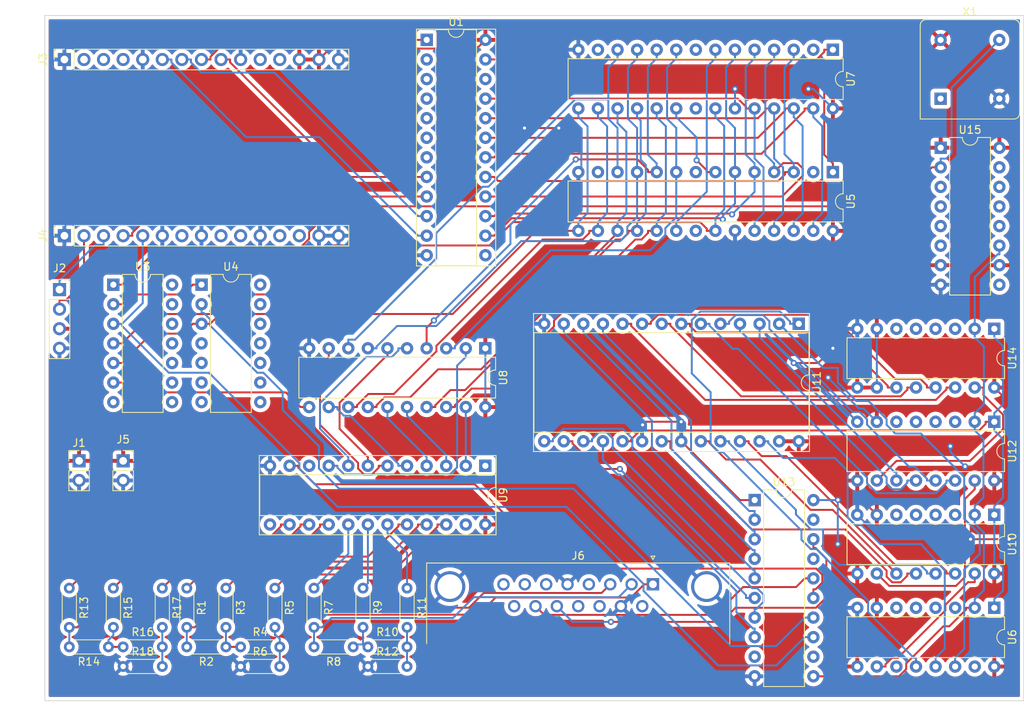
<source format=kicad_pcb>
(kicad_pcb (version 20211014) (generator pcbnew)
  (layers (0 "F.Cu" signal) (31 "B.Cu" signal) (34 "B.Paste" user) (35 "F.Paste" user) (36 "B.SilkS" user "B.Silkscreen") (37 "F.SilkS" user "F.Silkscreen") (38 "B.Mask" user) (39 "F.Mask" user) (44 "Edge.Cuts" user))
  (net 0 "")
  (net 1 "GND")
  (net 2 "Net-(R4-Pad2)")
  (net 3 "Net-(R14-Pad1)")
  (net 4 "/Blue1")
  (net 5 "/Blue2")
  (net 6 "Net-(R10-Pad2)")
  (net 7 "/Green0")
  (net 8 "Net-(R10-Pad1)")
  (net 9 "/Green1")
  (net 10 "/Green2")
  (net 11 "/Red0")
  (net 12 "Net-(R2-Pad1)")
  (net 13 "/Red1")
  (net 14 "/Red2")
  (net 15 "/Blue0")
  (net 16 "Net-(U1-Pad23)")
  (net 18 "/D3")
  (net 19 "/D2")
  (net 20 "/D1")
  (net 21 "/D0")
  (net 22 "Net-(U5-Pad7)")
  (net 24 "/Q0")
  (net 25 "/Q1")
  (net 26 "/Q2")
  (net 27 "/Q3")
  (net 29 "Net-(U4-Pad3)")
  (net 30 "/Q4")
  (net 31 "/Q5")
  (net 32 "/Q6")
  (net 33 "/Q7")
  (net 34 "Net-(U5-Pad20)")
  (net 36 "Net-(U5-Pad22)")
  (net 37 "/D7")
  (net 38 "/D6")
  (net 39 "/D5")
  (net 40 "/D4")
  (net 41 "VCC")
  (net 46 "/A14")
  (net 47 "/A12")
  (net 48 "/A7")
  (net 49 "/A6")
  (net 50 "/A5")
  (net 51 "/A4")
  (net 52 "/A3")
  (net 53 "/A2")
  (net 54 "/A1")
  (net 55 "/A0")
  (net 56 "Net-(U11-Pad11)")
  (net 57 "Net-(U11-Pad12)")
  (net 58 "Net-(U11-Pad13)")
  (net 59 "Net-(U11-Pad15)")
  (net 60 "Net-(U11-Pad16)")
  (net 61 "Net-(U11-Pad17)")
  (net 62 "Net-(U11-Pad18)")
  (net 63 "/~{RESET}")
  (net 64 "/A10")
  (net 65 "/A11")
  (net 66 "/A9")
  (net 67 "/A8")
  (net 68 "/A13")
  (net 69 "/SCLK")
  (net 76 "/SIO0")
  (net 77 "/SIO1")
  (net 78 "/SIO2")
  (net 79 "/SIO3")
  (net 83 "/P7")
  (net 84 "/P6")
  (net 85 "/P5")
  (net 86 "/P4")
  (net 87 "/P3")
  (net 88 "/P2")
  (net 89 "/P1")
  (net 90 "/P0")
  (net 92 "/Vis")
  (net 96 "/CLK_{sync}")
  (net 97 "/End")
  (net 98 "/StartFrame")
  (net 99 "/~{Vis}")
  (net 100 "/Vsync")
  (net 101 "/VertVis")
  (net 102 "/HSync")
  (net 103 "/HVis")
  (net 104 "Net-(U8-Pad11)")
  (net 109 "Net-(U12-Pad10)")
  (net 110 "Net-(U10-Pad10)")
  (net 119 "Net-(U10-Pad15)")
  (net 122 "/CLK_{pixel}")
  (net 136 "Net-(U3-Pad2)")
  (net 138 "/KB_{Rx}")
  (net 139 "/KB_{Tx}")
  (net 140 "/CS")
  (net 143 "/D-")
  (net 144 "/D+")
  (net 150 "/B_{out}")
  (net 151 "/G_{out}")
  (net 152 "/R_{out}")
  (net 161 "Net-(R18-Pad2)")
  (footprint "Resistor_THT:R_Axial_DIN0204_L3.6mm_D1.6mm_P5.08mm_Horizontal" (layer "F.Cu") (at -48.26 239.395 -90)
    (fp_text reference "R17")
    (fp_text value "680")
  )
  (footprint "Package_DIP:DIP-16_W7.62mm" (layer "F.Cu") (at 52.715 182.26)
    (fp_text reference "U15")
    (fp_text value "74LS163 (! HC?)")
  )
  (footprint "Package_DIP:DIP-14_W7.62mm" (layer "F.Cu") (at -54.61 200.025)
    (fp_text reference "U3")
    (fp_text value "74LS04")
  )
  (footprint "Resistor_THT:R_Axial_DIN0204_L3.6mm_D1.6mm_P5.08mm_Horizontal" (layer "F.Cu") (at -33.655 239.395 -90)
    (fp_text reference "R5")
    (fp_text value "680")
  )
  (footprint "Connector_PinHeader_2.54mm:PinHeader_1x02_P2.54mm_Vertical" (layer "F.Cu") (at -59.055 222.88)
    (fp_text reference "J1")
    (fp_text value "Conn_01x02_Male")
  )
  (footprint "Resistor_THT:R_Axial_DIN0204_L3.6mm_D1.6mm_P5.08mm_Horizontal" (layer "F.Cu") (at -38.1 249.555)
    (fp_text reference "R6")
    (fp_text value "680")
  )
  (footprint "Package_DIP:DIP-24_W7.62mm_Socket" (layer "F.Cu") (at -6.35 223.52 -90)
    (fp_text reference "U9")
    (fp_text value "GAL22V10")
  )
  (footprint "Package_DIP:DIP-20_W7.62mm" (layer "F.Cu") (at 28.585 227.97)
    (fp_text reference "U13")
    (fp_text value "74HCT574")
  )
  (footprint "Resistor_THT:R_Axial_DIN0204_L3.6mm_D1.6mm_P5.08mm_Horizontal" (layer "F.Cu") (at -45.085 239.395 -90)
    (fp_text reference "R1")
    (fp_text value "680")
  )
  (footprint "Resistor_THT:R_Axial_DIN0204_L3.6mm_D1.6mm_P5.08mm_Horizontal" (layer "F.Cu") (at -28.575 239.395 -90)
    (fp_text reference "R7")
    (fp_text value "680")
  )
  (footprint "Package_DIP:DIP-16_W7.62mm" (layer "F.Cu") (at 59.675 205.75 -90)
    (fp_text reference "U14")
    (fp_text value "74LS163 (! HC?)")
  )
  (footprint "Oscillator:Oscillator_DIP-8" (layer "F.Cu") (at 52.705 175.895)
    (fp_text reference "X1")
    (fp_text value "CXO_DIP8")
  )
  (footprint "Resistor_THT:R_Axial_DIN0204_L3.6mm_D1.6mm_P5.08mm_Horizontal" (layer "F.Cu") (at -60.325 239.395 -90)
    (fp_text reference "R13")
    (fp_text value "680")
  )
  (footprint "Resistor_THT:R_Axial_DIN0204_L3.6mm_D1.6mm_P5.08mm_Horizontal" (layer "F.Cu") (at -22.225 239.395 -90)
    (fp_text reference "R9")
    (fp_text value "680")
  )
  (footprint "Resistor_THT:R_Axial_DIN0204_L3.6mm_D1.6mm_P5.08mm_Horizontal" (layer "F.Cu") (at -55.245 247.015 180)
    (fp_text reference "R14")
    (fp_text value "330")
  )
  (footprint "Connector_PinSocket_2.54mm:PinSocket_1x02_P2.54mm_Vertical" (layer "F.Cu") (at -53.34 222.88)
    (fp_text reference "J5")
    (fp_text value "Conn_01x02_Female")
  )
  (footprint "Resistor_THT:R_Axial_DIN0204_L3.6mm_D1.6mm_P5.08mm_Horizontal" (layer "F.Cu") (at -54.61 239.395 -90)
    (fp_text reference "R15")
    (fp_text value "680")
  )
  (footprint "Connector_PinSocket_2.54mm:PinSocket_1x15_P2.54mm_Vertical" (layer "F.Cu") (at -60.96 170.815 90)
    (fp_text reference "J3")
    (fp_text value "Conn_01x15_Female")
  )
  (footprint "Package_DIP:DIP-28_W15.24mm_Socket" (layer "F.Cu") (at 34.305 205.1 -90)
    (fp_text reference "U11")
    (fp_text value "28C256")
  )
  (footprint "Connector_Dsub:DSUB-15_Female_Horizontal_P2.77x2.84mm_EdgePinOffset4.94mm_Housed_MountingHolesOffset7.48mm" (layer "F.Cu") (at 15.39 238.8947)
    (fp_text reference "J6")
    (fp_text value "DB15_Female_HighDensity_MountingHoles")
  )
  (footprint "Resistor_THT:R_Axial_DIN0204_L3.6mm_D1.6mm_P5.08mm_Horizontal" (layer "F.Cu") (at -40.005 239.395 -90)
    (fp_text reference "R3")
    (fp_text value "680")
  )
  (footprint "Package_DIP:DIP-16_W7.62mm" (layer "F.Cu") (at 59.675 217.815 -90)
    (fp_text reference "U12")
    (fp_text value "74LS163 (! HC?)")
  )
  (footprint "Package_DIP:DIP-16_W7.62mm" (layer "F.Cu") (at 59.675 229.88 -90)
    (fp_text reference "U10")
    (fp_text value "74LS163 (! HC?)")
  )
  (footprint "Resistor_THT:R_Axial_DIN0204_L3.6mm_D1.6mm_P5.08mm_Horizontal" (layer "F.Cu") (at -40.005 247.015 180)
    (fp_text reference "R2")
    (fp_text value "330")
  )
  (footprint "Resistor_THT:R_Axial_DIN0204_L3.6mm_D1.6mm_P5.08mm_Horizontal" (layer "F.Cu") (at -21.59 249.555)
    (fp_text reference "R12")
    (fp_text value "680")
  )
  (footprint "Resistor_THT:R_Axial_DIN0204_L3.6mm_D1.6mm_P5.08mm_Horizontal" (layer "F.Cu") (at -16.51 239.395 -90)
    (fp_text reference "R11")
    (fp_text value "680")
  )
  (footprint "Resistor_THT:R_Axial_DIN0204_L3.6mm_D1.6mm_P5.08mm_Horizontal" (layer "F.Cu") (at -53.34 249.555)
    (fp_text reference "R18")
    (fp_text value "680")
  )
  (footprint "Package_DIP:DIP-28_W7.62mm" (layer "F.Cu") (at 38.735 169.545 -90)
    (fp_text reference "U7")
    (fp_text value "IDT7204")
  )
  (footprint "Resistor_THT:R_Axial_DIN0204_L3.6mm_D1.6mm_P5.08mm_Horizontal" (layer "F.Cu") (at -23.495 247.015 180)
    (fp_text reference "R8")
    (fp_text value "330")
  )
  (footprint "Resistor_THT:R_Axial_DIN0204_L3.6mm_D1.6mm_P5.08mm_Horizontal" (layer "F.Cu") (at -21.59 247.015)
    (fp_text reference "R10")
    (fp_text value "330")
  )
  (footprint "Resistor_THT:R_Axial_DIN0204_L3.6mm_D1.6mm_P5.08mm_Horizontal" (layer "F.Cu") (at -53.34 247.015)
    (fp_text reference "R16")
    (fp_text value "330")
  )
  (footprint "Package_DIP:DIP-14_W7.62mm" (layer "F.Cu") (at -43.17 200.02)
    (fp_text reference "U4")
    (fp_text value "74LS32")
  )
  (footprint "Package_DIP:DIP-20_W7.62mm" (layer "F.Cu") (at -6.35 208.28 -90)
    (fp_text reference "U8")
    (fp_text value "74HC273")
  )
  (footprint "Connector_PinSocket_2.54mm:PinSocket_1x04_P2.54mm_Vertical" (layer "F.Cu") (at -61.595 200.66)
    (fp_text reference "J2")
    (fp_text value "Conn_01x04_Female")
  )
  (footprint "Package_DIP:DIP-16_W7.62mm" (layer "F.Cu") (at 59.675 241.945 -90)
    (fp_text reference "U6")
    (fp_text value "74LS163 (! HC?)")
  )
  (footprint "Package_DIP:DIP-24_W7.62mm_Socket" (layer "F.Cu") (at -13.96 168.27)
    (fp_text reference "U1")
    (fp_text value "GAL22V10")
  )
  (footprint "Resistor_THT:R_Axial_DIN0204_L3.6mm_D1.6mm_P5.08mm_Horizontal" (layer "F.Cu") (at -38.1 247.015)
    (fp_text reference "R4")
    (fp_text value "330")
  )
  (footprint "Connector_PinSocket_2.54mm:PinSocket_1x15_P2.54mm_Vertical" (layer "F.Cu") (at -60.96 193.675 90)
    (fp_text reference "J4")
    (fp_text value "Conn_01x15_Female")
  )
  (footprint "Package_DIP:DIP-28_W7.62mm" (layer "F.Cu") (at 38.735 185.42 -90)
    (fp_text reference "U5")
    (fp_text value "IDT7204")
  )
  (gr_line (start 63.5 254) (end 63.5 165.1) (layer "Edge.Cuts") (width 0.1))
  (gr_line (start -63.5 254) (end 63.5 254) (layer "Edge.Cuts") (width 0.1))
  (gr_line (start 63.5 165.1) (end -63.5 165.1) (layer "Edge.Cuts") (width 0.1))
  (gr_line (start -63.5 165.1) (end -63.5 254) (layer "Edge.Cuts") (width 0.1))
  (segment (start 33.655 210.185) (end 36.83 210.185) (width 0.25) (layer "F.Cu") (net 1))
  (segment (start 26.695 227.97) (end 19.065 220.34) (width 0.25) (layer "F.Cu") (net 1))
  (segment (start 56.5895 233.045) (end 61.595 233.045) (width 0.25) (layer "F.Cu") (net 1))
  (segment (start 3.175 179.705) (end -1.27 179.705) (width 0.25) (layer "F.Cu") (net 1))
  (segment (start 14.453586 217.805) (end 19.05 217.805) (width 0.25) (layer "F.Cu") (net 1))
  (segment (start 14.042986 218.2156) (end 14.453586 217.805) (width 0.25) (layer "F.Cu") (net 1))
  (segment (start 28.585 227.97) (end 26.695 227.97) (width 0.25) (layer "F.Cu") (net 1))
  (segment (start 36.83 210.185) (end 38.735 208.28) (width 0.25) (layer "F.Cu") (net 1))
  (via (at 38.735 208.28) (size 0.8) (drill 0.4) (layers "F.Cu" "B.Cu") (net 1))
  (via (at 61.595 233.045) (size 0.8) (drill 0.4) (layers "F.Cu" "B.Cu") (net 1))
  (via (at 3.175 179.705) (size 0.8) (drill 0.4) (layers "F.Cu" "B.Cu") (net 1))
  (via (at 19.05 217.805) (size 0.8) (drill 0.4) (layers "F.Cu" "B.Cu") (net 1))
  (via (at 56.5895 233.045) (size 0.8) (drill 0.4) (layers "F.Cu" "B.Cu") (net 1))
  (via (at 14.042986 218.2156) (size 0.8) (drill 0.4) (layers "F.Cu" "B.Cu") (net 1))
  (via (at -1.27 179.705) (size 0.8) (drill 0.4) (layers "F.Cu" "B.Cu") (net 1))
  (via (at 33.655 210.185) (size 0.8) (drill 0.4) (layers "F.Cu" "B.Cu") (net 1))
  (segment (start 6.102311 185.032689) (end 6.102311 182.632311) (width 0.25) (layer "B.Cu") (net 1))
  (segment (start 13.985 220.34) (end 13.985 218.273586) (width 0.25) (layer "B.Cu") (net 1))
  (segment (start 6.102311 182.632311) (end 3.175 179.705) (width 0.25) (layer "B.Cu") (net 1))
  (segment (start 19.05 217.805) (end 19.065 217.82) (width 0.25) (layer "B.Cu") (net 1))
  (segment (start 13.985 218.273586) (end 14.042986 218.2156) (width 0.25) (layer "B.Cu") (net 1))
  (segment (start 53.975 233.045) (end 56.5895 233.045) (width 0.25) (layer "B.Cu") (net 1))
  (segment (start 39.365 208.28) (end 41.895 205.75) (width 0.25) (layer "B.Cu") (net 1))
  (segment (start 34.265 210.185) (end 33.655 210.185) (width 0.25) (layer "B.Cu") (net 1))
  (segment (start 38.735 208.28) (end 39.365 208.28) (width 0.25) (layer "B.Cu") (net 1))
  (segment (start 41.895 229.88) (end 45.06 233.045) (width 0.25) (layer "B.Cu") (net 1))
  (segment (start 41.895 217.815) (end 34.265 210.185) (width 0.25) (layer "B.Cu") (net 1))
  (segment (start 19.065 217.82) (end 19.065 220.34) (width 0.25) (layer "B.Cu") (net 1))
  (segment (start 5.715 185.42) (end 6.102311 185.032689) (width 0.25) (layer "B.Cu") (net 1))
  (segment (start 45.06 233.045) (end 53.975 233.045) (width 0.25) (layer "B.Cu") (net 1))
  (segment (start -33.655 244.475) (end -33.655 245.5001) (width 0.25) (layer "B.Cu") (net 2))
  (segment (start -33.02 247.015) (end -33.02 245.9899) (width 0.25) (layer "B.Cu") (net 2))
  (segment (start -33.02 245.9899) (end -33.5098 245.5001) (width 0.25) (layer "B.Cu") (net 2))
  (segment (start -33.5098 245.5001) (end -33.655 245.5001) (width 0.25) (layer "B.Cu") (net 2))
  (segment (start -33.02 247.015) (end -33.02 249.555) (width 0.25) (layer "B.Cu") (net 2))
  (segment (start -53.34 247.015) (end -55.245 247.015) (width 0.25) (layer "F.Cu") (net 3))
  (segment (start -54.61 244.475) (end -54.61 245.5001) (width 0.25) (layer "B.Cu") (net 3))
  (segment (start -55.245 246.1351) (end -55.245 247.015) (width 0.25) (layer "B.Cu") (net 3))
  (segment (start -54.61 245.5001) (end -55.245 246.1351) (width 0.25) (layer "B.Cu") (net 3))
  (segment (start -29.21 231.14) (end -30.3351 231.14) (width 0.25) (layer "F.Cu") (net 4))
  (segment (start -54.61 239.395) (end -48.6962 233.4812) (width 0.25) (layer "F.Cu") (net 4))
  (segment (start -30.3351 231.3731) (end -30.3351 231.14) (width 0.25) (layer "F.Cu") (net 4))
  (segment (start -32.4432 233.4812) (end -30.3351 231.3731) (width 0.25) (layer "F.Cu") (net 4))
  (segment (start -48.6962 233.4812) (end -32.4432 233.4812) (width 0.25) (layer "F.Cu") (net 4))
  (segment (start -32.8751 231.3731) (end -32.8751 231.14) (width 0.25) (layer "F.Cu") (net 5))
  (segment (start -34.3093 232.8073) (end -32.8751 231.3731) (width 0.25) (layer "F.Cu") (net 5))
  (segment (start -31.75 231.14) (end -32.8751 231.14) (width 0.25) (layer "F.Cu") (net 5))
  (segment (start -53.7373 232.8073) (end -34.3093 232.8073) (width 0.25) (layer "F.Cu") (net 5))
  (segment (start -60.325 239.395) (end -53.7373 232.8073) (width 0.25) (layer "F.Cu") (net 5))
  (segment (start -16.51 244.475) (end -16.51 247.015) (width 0.25) (layer "B.Cu") (net 6))
  (segment (start -16.51 247.015) (end -16.51 249.555) (width 0.25) (layer "B.Cu") (net 6))
  (segment (start -16.51 234.8051) (end -19.05 232.2651) (width 0.25) (layer "B.Cu") (net 7))
  (segment (start -16.51 239.395) (end -16.51 234.8051) (width 0.25) (layer "B.Cu") (net 7))
  (segment (start -19.05 231.14) (end -19.05 232.2651) (width 0.25) (layer "B.Cu") (net 7))
  (segment (start -22.225 246.6975) (end -23.1775 246.6975) (width 0.25) (layer "B.Cu") (net 8))
  (segment (start -22.225 246.6975) (end -22.225 244.475) (width 0.25) (layer "B.Cu") (net 8))
  (segment (start -21.9075 246.6975) (end -22.225 246.6975) (width 0.25) (layer "B.Cu") (net 8))
  (segment (start -23.1775 246.6975) (end -23.495 247.015) (width 0.25) (layer "B.Cu") (net 8))
  (segment (start -21.59 247.015) (end -21.9075 246.6975) (width 0.25) (layer "B.Cu") (net 8))
  (segment (start -22.225 239.395) (end -21.59 238.76) (width 0.25) (layer "B.Cu") (net 9))
  (segment (start -21.59 238.76) (end -21.59 231.14) (width 0.25) (layer "B.Cu") (net 9))
  (segment (start -24.13 234.95) (end -24.13 231.14) (width 0.25) (layer "B.Cu") (net 10))
  (segment (start -28.575 239.395) (end -24.13 234.95) (width 0.25) (layer "B.Cu") (net 10))
  (segment (start -11.43 231.14) (end -12.5551 231.14) (width 0.25) (layer "F.Cu") (net 11))
  (segment (start -12.5551 231.4213) (end -18.7541 237.6203) (width 0.25) (layer "F.Cu") (net 11))
  (segment (start -18.7541 237.6203) (end -31.8803 237.6203) (width 0.25) (layer "F.Cu") (net 11))
  (segment (start -12.5551 231.14) (end -12.5551 231.4213) (width 0.25) (layer "F.Cu") (net 11))
  (segment (start -31.8803 237.6203) (end -33.655 239.395) (width 0.25) (layer "F.Cu") (net 11))
  (segment (start -38.1 247.015) (end -40.005 247.015) (width 0.25) (layer "F.Cu") (net 12))
  (segment (start -40.005 247.015) (end -40.005 244.475) (width 0.25) (layer "B.Cu") (net 12))
  (segment (start -19.6739 235.9519) (end -15.0951 231.3731) (width 0.25) (layer "F.Cu") (net 13))
  (segment (start -15.0951 231.3731) (end -15.0951 231.14) (width 0.25) (layer "F.Cu") (net 13))
  (segment (start -40.005 239.395) (end -36.5619 235.9519) (width 0.25) (layer "F.Cu") (net 13))
  (segment (start -13.97 231.14) (end -15.0951 231.14) (width 0.25) (layer "F.Cu") (net 13))
  (segment (start -36.5619 235.9519) (end -19.6739 235.9519) (width 0.25) (layer "F.Cu") (net 13))
  (segment (start -17.6351 231.3731) (end -17.6351 231.14) (width 0.25) (layer "F.Cu") (net 14))
  (segment (start -21.5633 235.3013) (end -17.6351 231.3731) (width 0.25) (layer "F.Cu") (net 14))
  (segment (start -16.51 231.14) (end -17.6351 231.14) (width 0.25) (layer "F.Cu") (net 14))
  (segment (start -45.085 239.395) (end -40.9913 235.3013) (width 0.25) (layer "F.Cu") (net 14))
  (segment (start -40.9913 235.3013) (end -21.5633 235.3013) (width 0.25) (layer "F.Cu") (net 14))
  (segment (start -26.67 231.14) (end -27.7951 231.14) (width 0.25) (layer "F.Cu") (net 15))
  (segment (start -27.7951 231.4213) (end -31.2225 234.8487) (width 0.25) (layer "F.Cu") (net 15))
  (segment (start -31.2225 234.8487) (end -43.7137 234.8487) (width 0.25) (layer "F.Cu") (net 15))
  (segment (start -27.7951 231.14) (end -27.7951 231.4213) (width 0.25) (layer "F.Cu") (net 15))
  (segment (start -43.7137 234.8487) (end -48.26 239.395) (width 0.25) (layer "F.Cu") (net 15))
  (segment (start 38.735 185.42) (end 38.735 184.2949) (width 0.25) (layer "F.Cu") (net 16))
  (segment (start 38.735 169.545) (end 37.6099 169.545) (width 0.25) (layer "F.Cu") (net 16))
  (segment (start 36.6262 170.81) (end -6.34 170.81) (width 0.25) (layer "F.Cu") (net 16))
  (segment (start 37.6099 171.7937) (end 36.6262 170.81) (width 0.25) (layer "F.Cu") (net 16))
  (segment (start 38.735 184.2949) (end 37.6099 183.1698) (width 0.25) (layer "F.Cu") (net 16))
  (segment (start 37.6099 183.1698) (end 37.6099 171.7937) (width 0.25) (layer "F.Cu") (net 16))
  (segment (start 37.6099 169.545) (end 37.6099 169.8263) (width 0.25) (layer "F.Cu") (net 16))
  (segment (start 37.6099 169.8263) (end 36.6262 170.81) (width 0.25) (layer "F.Cu") (net 16))
  (segment (start 31.6507 186.5805) (end -4.6844 186.5805) (width 0.25) (layer "F.Cu") (net 18))
  (segment (start -6.34 186.05) (end -5.2149 186.05) (width 0.25) (layer "F.Cu") (net 18))
  (segment (start 32.5299 185.7013) (end 31.6507 186.5805) (width 0.25) (layer "F.Cu") (net 18))
  (segment (start 32.5299 185.42) (end 32.5299 185.7013) (width 0.25) (layer "F.Cu") (net 18))
  (segment (start 33.655 185.42) (end 32.5299 185.42) (width 0.25) (layer "F.Cu") (net 18))
  (segment (start -4.6844 186.5805) (end -5.2149 186.05) (width 0.25) (layer "F.Cu") (net 18))
  (segment (start 32.4644 171.8607) (end 33.655 170.6701) (width 0.25) (layer "B.Cu") (net 18))
  (segment (start 32.4644 183.1043) (end 32.4644 171.8607) (width 0.25) (layer "B.Cu") (net 18))
  (segment (start 33.655 184.2949) (end 32.4644 183.1043) (width 0.25) (layer "B.Cu") (net 18))
  (segment (start 33.655 185.42) (end 33.655 184.2949) (width 0.25) (layer "B.Cu") (net 18))
  (segment (start 33.655 169.545) (end 33.655 170.6701) (width 0.25) (layer "B.Cu") (net 18))
  (segment (start 34.1385 184.2559) (end 34.8311 184.9485) (width 0.25) (layer "F.Cu") (net 19))
  (segment (start 34.8311 184.9485) (end 34.8311 185.8878) (width 0.25) (layer "F.Cu") (net 19))
  (segment (start 32.1289 188.59) (end -6.34 188.59) (width 0.25) (layer "F.Cu") (net 19))
  (segment (start 32.2791 184.2559) (end 34.1385 184.2559) (width 0.25) (layer "F.Cu") (net 19))
  (segment (start 34.8311 185.8878) (end 32.1289 188.59) (width 0.25) (layer "F.Cu") (net 19))
  (segment (start 31.115 185.42) (end 32.2791 184.2559) (width 0.25) (layer "F.Cu") (net 19))
  (segment (start 31.115 169.545) (end 31.115 170.6701) (width 0.25) (layer "B.Cu") (net 19))
  (segment (start 31.115 184.2949) (end 29.9655 183.1454) (width 0.25) (layer "B.Cu") (net 19))
  (segment (start 29.9655 183.1454) (end 29.9655 171.8196) (width 0.25) (layer "B.Cu") (net 19))
  (segment (start 29.9655 171.8196) (end 31.115 170.6701) (width 0.25) (layer "B.Cu") (net 19))
  (segment (start 31.115 185.42) (end 31.115 184.2949) (width 0.25) (layer "B.Cu") (net 19))
  (segment (start 25.6526 190.908) (end 25.5442 190.7996) (width 0.25) (layer "F.Cu") (net 20))
  (segment (start 25.5442 190.7996) (end -4.8845 190.7996) (width 0.25) (layer "F.Cu") (net 20))
  (segment (start -6.34 191.13) (end -5.2149 191.13) (width 0.25) (layer "F.Cu") (net 20))
  (segment (start -4.8845 190.7996) (end -5.2149 191.13) (width 0.25) (layer "F.Cu") (net 20))
  (via (at 25.6526 190.908) (size 0.8) (drill 0.4) (layers "F.Cu" "B.Cu") (net 20))
  (segment (start 28.575 187.9856) (end 25.6526 190.908) (width 0.25) (layer "B.Cu") (net 20))
  (segment (start 27.4255 171.8196) (end 28.575 170.6701) (width 0.25) (layer "B.Cu") (net 20))
  (segment (start 28.575 185.42) (end 28.575 187.9856) (width 0.25) (layer "B.Cu") (net 20))
  (segment (start 28.575 184.2949) (end 27.4255 183.1454) (width 0.25) (layer "B.Cu") (net 20))
  (segment (start 28.575 169.545) (end 28.575 170.6701) (width 0.25) (layer "B.Cu") (net 20))
  (segment (start 27.4255 183.1454) (end 27.4255 171.8196) (width 0.25) (layer "B.Cu") (net 20))
  (segment (start 28.575 185.42) (end 28.575 184.2949) (width 0.25) (layer "B.Cu") (net 20))
  (segment (start -6.34 193.67) (end -5.2149 193.67) (width 0.25) (layer "F.Cu") (net 21))
  (segment (start 24.4504 191.5661) (end 24.2916 191.4073) (width 0.25) (layer "F.Cu") (net 21))
  (segment (start -2.9522 191.4073) (end -5.2149 193.67) (width 0.25) (layer "F.Cu") (net 21))
  (segment (start 24.2916 191.4073) (end -2.9522 191.4073) (width 0.25) (layer "F.Cu") (net 21))
  (via (at 24.4504 191.5661) (size 0.8) (drill 0.4) (layers "F.Cu" "B.Cu") (net 21))
  (segment (start 26.035 179.7001) (end 24.8855 178.5506) (width 0.25) (layer "B.Cu") (net 21))
  (segment (start 26.035 169.545) (end 26.035 170.6701) (width 0.25) (layer "B.Cu") (net 21))
  (segment (start 24.4504 191.0848) (end 26.035 189.5002) (width 0.25) (layer "B.Cu") (net 21))
  (segment (start 24.8855 178.5506) (end 24.8855 171.8196) (width 0.25) (layer "B.Cu") (net 21))
  (segment (start 26.035 185.42) (end 26.035 179.7001) (width 0.25) (layer "B.Cu") (net 21))
  (segment (start 24.8855 171.8196) (end 26.035 170.6701) (width 0.25) (layer "B.Cu") (net 21))
  (segment (start 24.4504 191.5661) (end 24.4504 191.0848) (width 0.25) (layer "B.Cu") (net 21))
  (segment (start 26.035 189.5002) (end 26.035 185.42) (width 0.25) (layer "B.Cu") (net 21))
  (segment (start 22.3699 185.42) (end 22.3699 185.1946) (width 0.25) (layer "F.Cu") (net 22))
  (segment (start 23.495 185.42) (end 22.3699 185.42) (width 0.25) (layer "F.Cu") (net 22))
  (segment (start 22.3699 185.1946) (end 21.06 183.8847) (width 0.25) (layer "F.Cu") (net 22))
  (via (at 21.06 183.8847) (size 0.8) (drill 0.4) (layers "F.Cu" "B.Cu") (net 22))
  (segment (start 18.415 177.165) (end 18.415 178.2901) (width 0.25) (layer "B.Cu") (net 22))
  (segment (start 21.06 183.8847) (end 21.06 180.9351) (width 0.25) (layer "B.Cu") (net 22))
  (segment (start 21.06 180.9351) (end 18.415 178.2901) (width 0.25) (layer "B.Cu") (net 22))
  (segment (start 17.0002 193.5764) (end 17.0002 192.693) (width 0.25) (layer "B.Cu") (net 24))
  (segment (start 18.415 169.545) (end 18.415 170.6701) (width 0.25) (layer "B.Cu") (net 24))
  (segment (start 15.016 195.5606) (end 17.0002 193.5764) (width 0.25) (layer "B.Cu") (net 24))
  (segment (start 17.2244 178.5095) (end 17.2244 171.8607) (width 0.25) (layer "B.Cu") (net 24))
  (segment (start -10.3049 208.28) (end -10.3049 207.9987) (width 0.25) (layer "B.Cu") (net 24))
  (segment (start 18.415 191.2782) (end 18.415 185.42) (width 0.25) (layer "B.Cu") (net 24))
  (segment (start 18.415 179.7001) (end 17.2244 178.5095) (width 0.25) (layer "B.Cu") (net 24))
  (segment (start 17.2244 171.8607) (end 18.415 170.6701) (width 0.25) (layer "B.Cu") (net 24))
  (segment (start 18.415 185.42) (end 18.415 179.7001) (width 0.25) (layer "B.Cu") (net 24))
  (segment (start -11.43 208.28) (end -10.3049 208.28) (width 0.25) (layer "B.Cu") (net 24))
  (segment (start 17.0002 192.693) (end 18.415 191.2782) (width 0.25) (layer "B.Cu") (net 24))
  (segment (start -10.3049 207.9987) (end 2.1332 195.5606) (width 0.25) (layer "B.Cu") (net 24))
  (segment (start 2.1332 195.5606) (end 15.016 195.5606) (width 0.25) (layer "B.Cu") (net 24))
  (segment (start -13.97 205.6085) (end -13.97 208.28) (width 0.25) (layer "F.Cu") (net 25))
  (segment (start 15.875 185.42) (end 14.7499 185.42) (width 0.25) (layer "F.Cu") (net 25))
  (segment (start 13.3793 183.7681) (end 5.3778 183.7681) (width 0.25) (layer "F.Cu") (net 25))
  (segment (start 14.7499 185.42) (end 14.7499 185.1387) (width 0.25) (layer "F.Cu") (net 25))
  (segment (start 14.7499 185.1387) (end 13.3793 183.7681) (width 0.25) (layer "F.Cu") (net 25))
  (segment (start -13.0244 204.6629) (end -13.97 205.6085) (width 0.25) (layer "F.Cu") (net 25))
  (via (at -13.0244 204.6629) (size 0.8) (drill 0.4) (layers "F.Cu" "B.Cu") (net 25))
  (via (at 5.3778 183.7681) (size 0.8) (drill 0.4) (layers "F.Cu" "B.Cu") (net 25))
  (segment (start 15.875 184.2949) (end 14.7255 183.1454) (width 0.25) (layer "B.Cu") (net 25))
  (segment (start 5.3778 183.7681) (end -3.0973 192.2432) (width 0.25) (layer "B.Cu") (net 25))
  (segment (start -3.0973 192.2432) (end -3.0973 194.7358) (width 0.25) (layer "B.Cu") (net 25))
  (segment (start 14.7255 171.8196) (end 15.875 170.6701) (width 0.25) (layer "B.Cu") (net 25))
  (segment (start 15.875 185.42) (end 15.875 184.2949) (width 0.25) (layer "B.Cu") (net 25))
  (segment (start 15.875 169.545) (end 15.875 170.6701) (width 0.25) (layer "B.Cu") (net 25))
  (segment (start 14.7255 183.1454) (end 14.7255 171.8196) (width 0.25) (layer "B.Cu") (net 25))
  (segment (start -3.0973 194.7358) (end -13.0244 204.6629) (width 0.25) (layer "B.Cu") (net 25))
  (segment (start -21.59 208.28) (end -20.4649 208.28) (width 0.25) (layer "B.Cu") (net 26))
  (segment (start -12.7241 205.388) (end -1.7124 194.3763) (width 0.25) (layer "B.Cu") (net 26))
  (segment (start 13.335 170.6701) (end 12.1444 171.8607) (width 0.25) (layer "B.Cu") (net 26))
  (segment (start 12.065 193.4411) (end 12.065 192.51) (width 0.25) (layer "B.Cu") (net 26))
  (segment (start 12.1444 171.8607) (end 12.1444 178.5095) (width 0.25) (layer "B.Cu") (net 26))
  (segment (start 13.335 179.7001) (end 13.335 184.2949) (width 0.25) (layer "B.Cu") (net 26))
  (segment (start 13.335 184.8574) (end 13.335 185.42) (width 0.25) (layer "B.Cu") (net 26))
  (segment (start 13.335 169.545) (end 13.335 170.6701) (width 0.25) (layer "B.Cu") (net 26))
  (segment (start 13.335 184.8574) (end 13.335 184.2949) (width 0.25) (layer "B.Cu") (net 26))
  (segment (start -20.4649 208.28) (end -20.4649 208.0468) (width 0.25) (layer "B.Cu") (net 26))
  (segment (start 13.335 191.24) (end 13.335 185.42) (width 0.25) (layer "B.Cu") (net 26))
  (segment (start 11.1298 194.3763) (end 12.065 193.4411) (width 0.25) (layer "B.Cu") (net 26))
  (segment (start 12.1444 178.5095) (end 13.335 179.7001) (width 0.25) (layer "B.Cu") (net 26))
  (segment (start -1.7124 194.3763) (end 11.1298 194.3763) (width 0.25) (layer "B.Cu") (net 26))
  (segment (start 12.065 192.51) (end 13.335 191.24) (width 0.25) (layer "B.Cu") (net 26))
  (segment (start -17.8061 205.388) (end -12.7241 205.388) (width 0.25) (layer "B.Cu") (net 26))
  (segment (start -20.4649 208.0468) (end -17.8061 205.388) (width 0.25) (layer "B.Cu") (net 26))
  (segment (start -12.7252 196.6281) (end -23.252 207.1549) (width 0.25) (layer "B.Cu") (net 27))
  (segment (start -12.7252 193.3344) (end -12.7252 196.6281) (width 0.25) (layer "B.Cu") (net 27))
  (segment (start -4.8156 186.1031) (end -4.8156 186.1793) (width 0.25) (layer "B.Cu") (net 27))
  (segment (start -24.13 208.28) (end -24.13 207.1549) (width 0.25) (layer "B.Cu") (net 27))
  (segment (start -6.7108 187.32) (end -12.7252 193.3344) (width 0.25) (layer "B.Cu") (net 27))
  (segment (start 10.795 169.545) (end 10.795 170.6701) (width 0.25) (layer "B.Cu") (net 27))
  (segment (start 5.2961 175.9914) (end -4.8156 186.1031) (width 0.25) (layer "B.Cu") (net 27))
  (segment (start -4.8156 186.1793) (end -5.9563 187.32) (width 0.25) (layer "B.Cu") (net 27))
  (segment (start 10.795 185.42) (end 10.795 179.7001) (width 0.25) (layer "B.Cu") (net 27))
  (segment (start -23.252 207.1549) (end -24.13 207.1549) (width 0.25) (layer "B.Cu") (net 27))
  (segment (start 10.795 179.7001) (end 9.6044 178.5095) (width 0.25) (layer "B.Cu") (net 27))
  (segment (start 9.6044 175.9914) (end 9.6044 171.8607) (width 0.25) (layer "B.Cu") (net 27))
  (segment (start 9.6044 171.8607) (end 10.795 170.6701) (width 0.25) (layer "B.Cu") (net 27))
  (segment (start 9.6044 175.9914) (end 5.2961 175.9914) (width 0.25) (layer "B.Cu") (net 27))
  (segment (start -5.9563 187.32) (end -6.7108 187.32) (width 0.25) (layer "B.Cu") (net 27))
  (segment (start 9.6044 178.5095) (end 9.6044 175.9914) (width 0.25) (layer "B.Cu") (net 27))
  (segment (start -40.7749 203.83) (end -42.0449 205.1) (width 0.25) (layer "F.Cu") (net 29))
  (segment (start 0.2006 193.04) (end -10.5894 203.83) (width 0.25) (layer "F.Cu") (net 29))
  (segment (start -10.5894 203.83) (end -40.7749 203.83) (width 0.25) (layer "F.Cu") (net 29))
  (segment (start -43.17 205.1) (end -44.2951 205.1) (width 0.25) (layer "F.Cu") (net 29))
  (segment (start 5.715 193.04) (end 0.2006 193.04) (width 0.25) (layer "F.Cu") (net 29))
  (segment (start -54.61 210.185) (end -53.4849 210.185) (width 0.25) (layer "F.Cu") (net 29))
  (segment (start -43.17 205.1) (end -42.0449 205.1) (width 0.25) (layer "F.Cu") (net 29))
  (segment (start -44.2951 205.1) (end -45.5701 206.375) (width 0.25) (layer "F.Cu") (net 29))
  (segment (start -49.6749 206.375) (end -53.4849 210.185) (width 0.25) (layer "F.Cu") (net 29))
  (segment (start -45.5701 206.375) (end -49.6749 206.375) (width 0.25) (layer "F.Cu") (net 29))
  (segment (start 6.9056 179.4807) (end 5.715 178.2901) (width 0.25) (layer "B.Cu") (net 29))
  (segment (start 5.715 193.04) (end 5.715 191.9149) (width 0.25) (layer "B.Cu") (net 29))
  (segment (start 5.715 191.9149) (end 6.9056 190.7243) (width 0.25) (layer "B.Cu") (net 29))
  (segment (start 5.715 177.165) (end 5.715 178.2901) (width 0.25) (layer "B.Cu") (net 29))
  (segment (start 6.9056 190.7243) (end 6.9056 179.4807) (width 0.25) (layer "B.Cu") (net 29))
  (segment (start 6.2862 194.1651) (end 1.0865 194.1651) (width 0.25) (layer "F.Cu") (net 30))
  (segment (start -12.7 208.6785) (end -18.2261 214.2046) (width 0.25) (layer "F.Cu") (net 30))
  (segment (start -12.7 207.9516) (end -12.7 208.6785) (width 0.25) (layer "F.Cu") (net 30))
  (segment (start 7.1299 193.3214) (end 6.2862 194.1651) (width 0.25) (layer "F.Cu") (net 30))
  (segment (start 1.0865 194.1651) (end -12.7 207.9516) (width 0.25) (layer "F.Cu") (net 30))
  (segment (start -18.2261 214.2046) (end -21.5427 214.2046) (width 0.25) (layer "F.Cu") (net 30))
  (segment (start 8.255 193.04) (end 7.1299 193.04) (width 0.25) (layer "F.Cu") (net 30))
  (segment (start -24.13 215.9) (end -23.0049 215.9) (width 0.25) (layer "F.Cu") (net 30))
  (segment (start 7.1299 193.04) (end 7.1299 193.3214) (width 0.25) (layer "F.Cu") (net 30))
  (segment (start -21.5427 214.2046) (end -23.0049 215.6668) (width 0.25) (layer "F.Cu") (net 30))
  (segment (start -23.0049 215.6668) (end -23.0049 215.9) (width 0.25) (layer "F.Cu") (net 30))
  (segment (start 9.4456 190.7243) (end 9.4456 179.4807) (width 0.25) (layer "B.Cu") (net 30))
  (segment (start 9.4456 179.4807) (end 8.255 178.2901) (width 0.25) (layer "B.Cu") (net 30))
  (segment (start 8.255 177.165) (end 8.255 178.2901) (width 0.25) (layer "B.Cu") (net 30))
  (segment (start 8.255 191.9149) (end 9.4456 190.7243) (width 0.25) (layer "B.Cu") (net 30))
  (segment (start 8.255 193.04) (end 8.255 191.9149) (width 0.25) (layer "B.Cu") (net 30))
  (segment (start -6.9164 211.0049) (end -12.4736 211.0049) (width 0.25) (layer "F.Cu") (net 31))
  (segment (start -16.1235 214.6548) (end -19.4529 214.6548) (width 0.25) (layer "F.Cu") (net 31))
  (segment (start 10.795 193.04) (end 10.795 193.2935) (width 0.25) (layer "F.Cu") (net 31))
  (segment (start -20.4649 215.6668) (end -20.4649 215.9) (width 0.25) (layer "F.Cu") (net 31))
  (segment (start -21.59 215.9) (end -20.4649 215.9) (width 0.25) (layer "F.Cu") (net 31))
  (segment (start -19.4529 214.6548) (end -20.4649 215.6668) (width 0.25) (layer "F.Cu") (net 31))
  (segment (start 10.795 193.2935) (end -6.9164 211.0049) (width 0.25) (layer "F.Cu") (net 31))
  (segment (start -12.4736 211.0049) (end -16.1235 214.6548) (width 0.25) (layer "F.Cu") (net 31))
  (segment (start 10.795 191.9149) (end 11.9425 190.7674) (width 0.25) (layer "B.Cu") (net 31))
  (segment (start 11.9425 180.2109) (end 10.795 179.0634) (width 0.25) (layer "B.Cu") (net 31))
  (segment (start 10.795 193.04) (end 10.795 191.9149) (width 0.25) (layer "B.Cu") (net 31))
  (segment (start 11.9425 190.7674) (end 11.9425 180.2109) (width 0.25) (layer "B.Cu") (net 31))
  (segment (start 10.795 179.0634) (end 10.795 177.165) (width 0.25) (layer "B.Cu") (net 31))
  (segment (start -12.8449 215.6668) (end -12.8449 215.9) (width 0.25) (layer "F.Cu") (net 32))
  (segment (start -10.8741 213.696) (end -12.8449 215.6668) (width 0.25) (layer "F.Cu") (net 32))
  (segment (start -13.97 215.9) (end -12.8449 215.9) (width 0.25) (layer "F.Cu") (net 32))
  (segment (start -8.9708 213.696) (end -10.8741 213.696) (width 0.25) (layer "F.Cu") (net 32))
  (segment (start 11.3662 194.1651) (end 10.5601 194.1651) (width 0.25) (layer "F.Cu") (net 32))
  (segment (start 12.2099 193.3214) (end 11.3662 194.1651) (width 0.25) (layer "F.Cu") (net 32))
  (segment (start 10.5601 194.1651) (end -8.9708 213.696) (width 0.25) (layer "F.Cu") (net 32))
  (segment (start 13.335 193.04) (end 12.2099 193.04) (width 0.25) (layer "F.Cu") (net 32))
  (segment (start 12.2099 193.04) (end 12.2099 193.3214) (width 0.25) (layer "F.Cu") (net 32))
  (segment (start 13.8012 183.8207) (end 13.8012 178.7563) (width 0.25) (layer "B.Cu") (net 32))
  (segment (start 13.8012 178.7563) (end 13.335 178.2901) (width 0.25) (layer "B.Cu") (net 32))
  (segment (start 13.335 177.165) (end 13.335 178.2901) (width 0.25) (layer "B.Cu") (net 32))
  (segment (start 13.335 191.9149) (end 14.4608 190.7891) (width 0.25) (layer "B.Cu") (net 32))
  (segment (start 14.4608 190.7891) (end 14.4608 184.4803) (width 0.25) (layer "B.Cu") (net 32))
  (segment (start 14.4608 184.4803) (end 13.8012 183.8207) (width 0.25) (layer "B.Cu") (net 32))
  (segment (start 13.335 193.04) (end 13.335 191.9149) (width 0.25) (layer "B.Cu") (net 32))
  (segment (start -11.43 215.9) (end -10.3049 215.9) (width 0.25) (layer "F.Cu") (net 33))
  (segment (start -8.1429 213.5048) (end -10.3049 215.6668) (width 0.25) (layer "F.Cu") (net 33))
  (segment (start 2.555 204.7088) (end 2.555 205.4426) (width 0.25) (layer "F.Cu") (net 33))
  (segment (start 2.555 205.4426) (end -5.5072 213.5048) (width 0.25) (layer "F.Cu") (net 33))
  (segment (start 13.0987 194.1651) (end 2.555 204.7088) (width 0.25) (layer "F.Cu") (net 33))
  (segment (start 14.7499 193.04) (end 14.7499 193.3214) (width 0.25) (layer "F.Cu") (net 33))
  (segment (start 14.7499 193.3214) (end 13.9062 194.1651) (width 0.25) (layer "F.Cu") (net 33))
  (segment (start -10.3049 215.6668) (end -10.3049 215.9) (width 0.25) (layer "F.Cu") (net 33))
  (segment (start 15.875 193.04) (end 14.7499 193.04) (width 0.25) (layer "F.Cu") (net 33))
  (segment (start -5.5072 213.5048) (end -8.1429 213.5048) (width 0.25) (layer "F.Cu") (net 33))
  (segment (start 13.9062 194.1651) (end 13.0987 194.1651) (width 0.25) (layer "F.Cu") (net 33))
  (segment (start 17.0656 190.7243) (end 17.0656 179.4807) (width 0.25) (layer "B.Cu") (net 33))
  (segment (start 15.875 193.04) (end 15.875 191.9149) (width 0.25) (layer "B.Cu") (net 33))
  (segment (start 15.875 191.9149) (end 17.0656 190.7243) (width 0.25) (layer "B.Cu") (net 33))
  (segment (start 15.875 177.165) (end 15.875 178.2901) (width 0.25) (layer "B.Cu") (net 33))
  (segment (start 17.0656 179.4807) (end 15.875 178.2901) (width 0.25) (layer "B.Cu") (net 33))
  (segment (start 22.3699 187.96) (end 18.415 191.9149) (width 0.25) (layer "B.Cu") (net 34))
  (segment (start 18.415 193.04) (end 18.415 191.9149) (width 0.25) (layer "B.Cu") (net 34))
  (segment (start 23.495 169.545) (end 23.495 170.6701) (width 0.25) (layer "B.Cu") (net 34))
  (segment (start 22.3699 171.7952) (end 22.3699 187.96) (width 0.25) (layer "B.Cu") (net 34))
  (segment (start 23.495 170.6701) (end 22.3699 171.7952) (width 0.25) (layer "B.Cu") (net 34))
  (segment (start -41.9099 203.835) (end -49.6749 203.835) (width 0.25) (layer "F.Cu") (net 36))
  (segment (start -33.0407 201.29) (end -39.3649 201.29) (width 0.25) (layer "F.Cu") (net 36))
  (segment (start -54.61 207.645) (end -53.4849 207.645) (width 0.25) (layer "F.Cu") (net 36))
  (segment (start 22.3699 192.7587) (end 21.5204 191.9092) (width 0.25) (layer "F.Cu") (net 36))
  (segment (start -39.3649 201.29) (end -41.9099 203.835) (width 0.25) (layer "F.Cu") (net 36))
  (segment (start -26.6907 194.94) (end -33.0407 201.29) (width 0.25) (layer "F.Cu") (net 36))
  (segment (start -2.7792 191.9092) (end -5.81 194.94) (width 0.25) (layer "F.Cu") (net 36))
  (segment (start -49.6749 203.835) (end -53.4849 207.645) (width 0.25) (layer "F.Cu") (net 36))
  (segment (start 21.5204 191.9092) (end -2.7792 191.9092) (width 0.25) (layer "F.Cu") (net 36))
  (segment (start 23.495 193.04) (end 22.3699 193.04) (width 0.25) (layer "F.Cu") (net 36))
  (segment (start 22.3699 193.04) (end 22.3699 192.7587) (width 0.25) (layer "F.Cu") (net 36))
  (segment (start -5.81 194.94) (end -26.6907 194.94) (width 0.25) (layer "F.Cu") (net 36))
  (segment (start 23.495 178.2901) (end 24.6333 179.4284) (width 0.25) (layer "B.Cu") (net 36))
  (segment (start 23.495 193.04) (end 23.495 191.9149) (width 0.25) (layer "B.Cu") (net 36))
  (segment (start 24.6333 179.4284) (end 24.6333 190.2653) (width 0.25) (layer "B.Cu") (net 36))
  (segment (start 24.6333 190.2653) (end 23.495 191.4036) (width 0.25) (layer "B.Cu") (net 36))
  (segment (start 23.495 191.4036) (end 23.495 191.9149) (width 0.25) (layer "B.Cu") (net 36))
  (segment (start 23.495 177.165) (end 23.495 178.2901) (width 0.25) (layer "B.Cu") (net 36))
  (segment (start 27.4499 176.9319) (end 27.4499 177.165) (width 0.25) (layer "F.Cu") (net 37))
  (segment (start 28.575 177.165) (end 27.4499 177.165) (width 0.25) (layer "F.Cu") (net 37))
  (segment (start -6.34 175.89) (end 26.408 175.89) (width 0.25) (layer "F.Cu") (net 37))
  (segment (start 26.408 175.89) (end 27.4499 176.9319) (width 0.25) (layer "F.Cu") (net 37))
  (segment (start 28.575 193.04) (end 28.575 191.9149) (width 0.25) (layer "B.Cu") (net 37))
  (segment (start 28.575 191.9149) (end 29.732 190.7579) (width 0.25) (layer "B.Cu") (net 37))
  (segment (start 29.732 190.7579) (end 29.732 184.8152) (width 0.25) (layer "B.Cu") (net 37))
  (segment (start 29.732 184.8152) (end 28.575 183.6582) (width 0.25) (layer "B.Cu") (net 37))
  (segment (start 28.575 183.6582) (end 28.575 177.165) (width 0.25) (layer "B.Cu") (net 37))
  (segment (start 29.9899 177.165) (end 29.9899 177.4463) (width 0.25) (layer "F.Cu") (net 38))
  (segment (start 31.115 177.165) (end 29.9899 177.165) (width 0.25) (layer "F.Cu") (net 38))
  (segment (start 29.0062 178.43) (end -6.34 178.43) (width 0.25) (layer "F.Cu") (net 38))
  (segment (start 29.9899 177.4463) (end 29.0062 178.43) (width 0.25) (layer "F.Cu") (net 38))
  (segment (start 32.272 190.7579) (end 32.272 184.8152) (width 0.25) (layer "B.Cu") (net 38))
  (segment (start 31.115 191.9149) (end 32.272 190.7579) (width 0.25) (layer "B.Cu") (net 38))
  (segment (start 32.272 184.8152) (end 31.115 183.6582) (width 0.25) (layer "B.Cu") (net 38))
  (segment (start 31.115 183.6582) (end 31.115 177.165) (width 0.25) (layer "B.Cu") (net 38))
  (segment (start 31.115 193.04) (end 31.115 191.9149) (width 0.25) (layer "B.Cu") (net 38))
  (segment (start 29.0062 180.97) (end -6.34 180.97) (width 0.25) (layer "F.Cu") (net 39))
  (segment (start 32.5299 177.4463) (end 29.0062 180.97) (width 0.25) (layer "F.Cu") (net 39))
  (segment (start 32.5299 177.165) (end 32.5299 177.4463) (width 0.25) (layer "F.Cu") (net 39))
  (segment (start 33.655 177.165) (end 32.5299 177.165) (width 0.25) (layer "F.Cu") (net 39))
  (segment (start 34.8045 190.7654) (end 34.8045 179.4396) (width 0.25) (layer "B.Cu") (net 39))
  (segment (start 33.655 193.04) (end 33.655 191.9149) (width 0.25) (layer "B.Cu") (net 39))
  (segment (start 33.655 191.9149) (end 34.8045 190.7654) (width 0.25) (layer "B.Cu") (net 39))
  (segment (start 33.655 177.165) (end 33.655 178.2901) (width 0.25) (layer "B.Cu") (net 39))
  (segment (start 34.8045 179.4396) (end 33.655 178.2901) (width 0.25) (layer "B.Cu") (net 39))
  (segment (start 29.472 183.043) (end -4.7479 183.043) (width 0.25) (layer "F.Cu") (net 40))
  (segment (start 35.0699 177.4451) (end 29.472 183.043) (width 0.25) (layer "F.Cu") (net 40))
  (segment (start 36.195 177.165) (end 35.0699 177.165) (width 0.25) (layer "F.Cu") (net 40))
  (segment (start 35.0699 177.165) (end 35.0699 177.4451) (width 0.25) (layer "F.Cu") (net 40))
  (segment (start -6.34 183.51) (end -5.2149 183.51) (width 0.25) (layer "F.Cu") (net 40))
  (segment (start -4.7479 183.043) (end -5.2149 183.51) (width 0.25) (layer "F.Cu") (net 40))
  (segment (start 36.195 191.9149) (end 37.3445 190.7654) (width 0.25) (layer "B.Cu") (net 40))
  (segment (start 37.3445 179.4396) (end 36.195 178.2901) (width 0.25) (layer "B.Cu") (net 40))
  (segment (start 36.195 177.165) (end 36.195 178.2901) (width 0.25) (layer "B.Cu") (net 40))
  (segment (start 37.3445 190.7654) (end 37.3445 179.4396) (width 0.25) (layer "B.Cu") (net 40))
  (segment (start 36.195 193.04) (end 36.195 191.9149) (width 0.25) (layer "B.Cu") (net 40))
  (segment (start 62.23 219.075) (end 57.6955 223.6095) (width 0.25) (layer "F.Cu") (net 41))
  (segment (start 59.675 213.37) (end 62.23 215.925) (width 0.25) (layer "F.Cu") (net 41))
  (segment (start 57.6955 223.6095) (end 55.88 223.6095) (width 0.25) (layer "F.Cu") (net 41))
  (segment (start 39.412898 227.965) (end 41.91 227.965) (width 0.25) (layer "F.Cu") (net 41))
  (segment (start -26.519511 169.394511) (end -27.94 170.815) (width 0.25) (layer "F.Cu") (net 41))
  (segment (start 41.895 227.95) (end 41.895 225.435) (width 0.25) (layer "F.Cu") (net 41))
  (segment (start 39.391449 227.943551) (end 39.412898 227.965) (width 0.25) (layer "F.Cu") (net 41))
  (segment (start 62.23 215.925) (end 62.23 219.075) (width 0.25) (layer "F.Cu") (net 41))
  (segment (start 41.91 227.965) (end 41.895 227.95) (width 0.25) (layer "F.Cu") (net 41))
  (segment (start 41.91 227.965) (end 42.52 227.965) (width 0.25) (layer "F.Cu") (net 41))
  (segment (start -7.464511 169.394511) (end -26.519511 169.394511) (width 0.25) (layer "F.Cu") (net 41))
  (segment (start 26.035 174.625) (end 35.56 174.625) (width 0.25) (layer "F.Cu") (net 41))
  (segment (start 42.52 227.965) (end 44.435 229.88) (width 0.25) (layer "F.Cu") (net 41))
  (segment (start -6.34 168.27) (end -7.464511 169.394511) (width 0.25) (layer "F.Cu") (net 41))
  (via (at 38.117899 212.072101) (size 0.8) (drill 0.4) (layers "F.Cu" "B.Cu") (net 41))
  (via (at 55.88 223.6095) (size 0.8) (drill 0.4) (layers "F.Cu" "B.Cu") (net 41))
  (via (at 35.56 174.625) (size 0.8) (drill 0.4) (layers "F.Cu" "B.Cu") (net 41))
  (via (at 39.391449 227.943551) (size 0.8) (drill 0.4) (layers "F.Cu" "B.Cu") (net 41))
  (via (at 53.975 220.98) (size 0.8) (drill 0.4) (layers "F.Cu" "B.Cu") (net 41))
  (via (at 39.37 233.68) (size 0.8) (drill 0.4) (layers "F.Cu" "B.Cu") (net 41))
  (via (at 26.035 174.625) (size 0.8) (drill 0.4) (layers "F.Cu" "B.Cu") (net 41))
  (segment (start 39.391449 227.943551) (end 39.37 227.965) (width 0.25) (layer "B.Cu") (net 41))
  (segment (start 38.117899 212.107899) (end 38.117899 212.072101) (width 0.25) (layer "B.Cu") (net 41))
  (segment (start 35.56 174.625) (end 36.195 174.625) (width 0.25) (layer "B.Cu") (net 41))
  (segment (start 39.37 213.36) (end 38.117899 212.107899) (width 0.25) (layer "B.Cu") (net 41))
  (segment (start 42.09548 216.08548) (end 39.37 213.36) (width 0.25) (layer "B.Cu") (net 41))
  (segment (start 44.435 217.815) (end 42.70548 216.08548) (width 0.25) (layer "B.Cu") (net 41))
  (segment (start 55.88 223.6095) (end 53.975 221.7045) (width 0.25) (layer "B.Cu") (net 41))
  (segment (start 36.195 174.625) (end 38.735 177.165) (width 0.25) (layer "B.Cu") (net 41))
  (segment (start 36.205 227.97) (end 39.365 227.97) (width 0.25) (layer "B.Cu") (net 41))
  (segment (start 26.035 177.165) (end 26.035 174.625) (width 0.25) (layer "B.Cu") (net 41))
  (segment (start -6.35 208.28) (end -6.35 215.9) (width 0.25) (layer "B.Cu") (net 41))
  (segment (start 44.435 213.37) (end 44.435 205.75) (width 0.25) (layer "B.Cu") (net 41))
  (segment (start 42.70548 216.08548) (end 42.09548 216.08548) (width 0.25) (layer "B.Cu") (net 41))
  (segment (start 39.37 227.965) (end 39.37 233.68) (width 0.25) (layer "B.Cu") (net 41))
  (segment (start 39.365 227.97) (end 39.391449 227.943551) (width 0.25) (layer "B.Cu") (net 41))
  (segment (start 53.975 221.7045) (end 53.975 220.98) (width 0.25) (layer "B.Cu") (net 41))
  (segment (start 24.4922 221.7587) (end 23.9615 221.7587) (width 0.25) (layer "B.Cu") (net 46))
  (segment (start 36.5993 234.32) (end 35.8611 234.32) (width 0.25) (layer "B.Cu") (net 46))
  (segment (start 49.515 249.565) (end 49.515 248.4399) (width 0.25) (layer "B.Cu") (net 46))
  (segment (start 49.2337 248.4399) (end 43.3098 242.516) (width 0.25) (layer "B.Cu") (net 46))
  (segment (start 23.9615 221.7587) (end 22.875 220.6722) (width 0.25) (layer "B.Cu") (net 46))
  (segment (start 34.305 205.1) (end 33.1799 205.1) (width 0.25) (layer "B.Cu") (net 46))
  (segment (start 49.515 248.4399) (end 49.2337 248.4399) (width 0.25) (layer "B.Cu") (net 46))
  (segment (start 43.3098 242.516) (end 43.3098 241.0305) (width 0.25) (layer "B.Cu") (net 46))
  (segment (start 22.875 213.985) (end 20.4272 211.5372) (width 0.25) (layer "B.Cu") (net 46))
  (segment (start 33.1799 204.8187) (end 33.1799 205.1) (width 0.25) (layer "B.Cu") (net 46))
  (segment (start 20.4272 204.6205) (end 21.5437 203.504) (width 0.25) (layer "B.Cu") (net 46))
  (segment (start 34.6583 233.1172) (end 34.6583 231.9248) (width 0.25) (layer "B.Cu") (net 46))
  (segment (start 22.875 220.6722) (end 22.875 213.985) (width 0.25) (layer "B.Cu") (net 46))
  (segment (start 31.8652 203.504) (end 33.1799 204.8187) (width 0.25) (layer "B.Cu") (net 46))
  (segment (start 21.5437 203.504) (end 31.8652 203.504) (width 0.25) (layer "B.Cu") (net 46))
  (segment (start 34.6583 231.9248) (end 24.4922 221.7587) (width 0.25) (layer "B.Cu") (net 46))
  (segment (start 43.3098 241.0305) (end 36.5993 234.32) (width 0.25) (layer "B.Cu") (net 46))
  (segment (start 20.4272 211.5372) (end 20.4272 204.6205) (width 0.25) (layer "B.Cu") (net 46))
  (segment (start 35.8611 234.32) (end 34.6583 233.1172) (width 0.25) (layer "B.Cu") (net 46))
  (segment (start 57.785 234.95) (end 55.7716 236.9634) (width 0.25) (layer "B.Cu") (net 47))
  (segment (start 39.389282 212.724282) (end 39.37 212.724282) (width 0.25) (layer "B.Cu") (net 47))
  (segment (start 55.7716 224.9638) (end 55.7716 230.3966) (width 0.25) (layer "B.Cu") (net 47))
  (segment (start 55.7716 230.3966) (end 57.785 232.41) (width 0.25) (layer "B.Cu") (net 47))
  (segment (start 45.705 217.4609) (end 45.705 218.211) (width 0.25) (layer "B.Cu") (net 47))
  (segment (start 41.7769 215.1119) (end 43.356 215.1119) (width 0.25) (layer "B.Cu") (net 47))
  (segment (start 31.765 205.1) (end 37.485 210.82) (width 0.25) (layer "B.Cu") (net 47))
  (segment (start 55.7716 236.9634) (end 55.7716 247.2633) (width 0.25) (layer "B.Cu") (net 47))
  (segment (start 37.485 210.82) (end 39.37 210.82) (width 0.25) (layer "B.Cu") (net 47))
  (segment (start 46.832 219.338) (end 50.1458 219.338) (width 0.25) (layer "B.Cu") (net 47))
  (segment (start 41.7769 215.1119) (end 39.389282 212.724282) (width 0.25) (layer "B.Cu") (net 47))
  (segment (start 55.7716 247.2633) (end 54.595 248.4399) (width 0.25) (layer "B.Cu") (net 47))
  (segment (start 57.785 232.41) (end 57.785 234.95) (width 0.25) (layer "B.Cu") (net 47))
  (segment (start 50.1458 219.338) (end 55.7716 224.9638) (width 0.25) (layer "B.Cu") (net 47))
  (segment (start 43.356 215.1119) (end 45.705 217.4609) (width 0.25) (layer "B.Cu") (net 47))
  (segment (start 39.37 210.82) (end 39.37 212.724282) (width 0.25) (layer "B.Cu") (net 47))
  (segment (start 45.705 218.211) (end 46.832 219.338) (width 0.25) (layer "B.Cu") (net 47))
  (segment (start 54.595 248.4399) (end 54.595 249.565) (width 0.25) (layer "B.Cu") (net 47))
  (segment (start 46.6937 224.3099) (end 29.225 206.8412) (width 0.25) (layer "B.Cu") (net 48))
  (segment (start 46.975 225.435) (end 46.975 224.3099) (width 0.25) (layer "B.Cu") (net 48))
  (segment (start 29.225 206.8412) (end 29.225 205.1) (width 0.25) (layer "B.Cu") (net 48))
  (segment (start 46.975 224.3099) (end 46.6937 224.3099) (width 0.25) (layer "B.Cu") (net 48))
  (segment (start 46.4601 226.5704) (end 45.705 225.8153) (width 0.25) (layer "B.Cu") (net 49))
  (segment (start 48.3899 225.7163) (end 47.5358 226.5704) (width 0.25) (layer "B.Cu") (net 49))
  (segment (start 47.5358 226.5704) (end 46.4601 226.5704) (width 0.25) (layer "B.Cu") (net 49))
  (segment (start 45.705 225.8153) (end 45.705 225.012) (width 0.25) (layer "B.Cu") (net 49))
  (segment (start 45.705 225.012) (end 26.9181 206.2251) (width 0.25) (layer "B.Cu") (net 49))
  (segment (start 48.3899 225.435) (end 48.3899 225.7163) (width 0.25) (layer "B.Cu") (net 49))
  (segment (start 49.515 225.435) (end 48.3899 225.435) (width 0.25) (layer "B.Cu") (net 49))
  (segment (start 26.9181 206.2251) (end 26.685 206.2251) (width 0.25) (layer "B.Cu") (net 49))
  (segment (start 26.685 205.1) (end 26.685 206.2251) (width 0.25) (layer "B.Cu") (net 49))
  (segment (start 49.3741 223.6461) (end 48.625 223.6461) (width 0.25) (layer "B.Cu") (net 50))
  (segment (start 48.625 223.6461) (end 43.165 218.1861) (width 0.25) (layer "B.Cu") (net 50))
  (segment (start 50.9299 225.435) (end 50.9299 225.2019) (width 0.25) (layer "B.Cu") (net 50))
  (segment (start 30.495 204.7697) (end 29.6975 203.9722) (width 0.25) (layer "B.Cu") (net 50))
  (segment (start 26.1166 203.9722) (end 25.2701 204.8187) (width 0.25) (layer "B.Cu") (net 50))
  (segment (start 41.275 216.535) (end 30.495 205.755) (width 0.25) (layer "B.Cu") (net 50))
  (segment (start 50.9299 225.2019) (end 49.3741 223.6461) (width 0.25) (layer "B.Cu") (net 50))
  (segment (start 43.165 217.4947) (end 42.2053 216.535) (width 0.25) (layer "B.Cu") (net 50))
  (segment (start 42.2053 216.535) (end 41.275 216.535) (width 0.25) (layer "B.Cu") (net 50))
  (segment (start 25.2701 205.1) (end 24.145 205.1) (width 0.25) (layer "B.Cu") (net 50))
  (segment (start 30.495 205.755) (end 30.495 204.7697) (width 0.25) (layer "B.Cu") (net 50))
  (segment (start 52.055 225.435) (end 50.9299 225.435) (width 0.25) (layer "B.Cu") (net 50))
  (segment (start 29.6975 203.9722) (end 26.1166 203.9722) (width 0.25) (layer "B.Cu") (net 50))
  (segment (start 25.2701 204.8187) (end 25.2701 205.1) (width 0.25) (layer "B.Cu") (net 50))
  (segment (start 43.165 218.1861) (end 43.165 217.4947) (width 0.25) (layer "B.Cu") (net 50))
  (segment (start 53.4699 225.435) (end 53.4699 225.7163) (width 0.25) (layer "B.Cu") (net 51))
  (segment (start 43.165 225.781) (end 43.165 225.0514) (width 0.25) (layer "B.Cu") (net 51))
  (segment (start 25.7369 208.34) (end 22.7301 205.3332) (width 0.25) (layer "B.Cu") (net 51))
  (segment (start 21.605 205.1) (end 22.7301 205.1) (width 0.25) (layer "B.Cu") (net 51))
  (segment (start 26.4536 208.34) (end 25.7369 208.34) (width 0.25) (layer "B.Cu") (net 51))
  (segment (start 44.4563 227.0723) (end 43.165 225.781) (width 0.25) (layer "B.Cu") (net 51))
  (segment (start 53.4699 225.7163) (end 52.1139 227.0723) (width 0.25) (layer "B.Cu") (net 51))
  (segment (start 22.7301 205.3332) (end 22.7301 205.1) (width 0.25) (layer "B.Cu") (net 51))
  (segment (start 54.595 225.435) (end 53.4699 225.435) (width 0.25) (layer "B.Cu") (net 51))
  (segment (start 52.1139 227.0723) (end 44.4563 227.0723) (width 0.25) (layer "B.Cu") (net 51))
  (segment (start 43.165 225.0514) (end 26.4536 208.34) (width 0.25) (layer "B.Cu") (net 51))
  (segment (start 45.8499 213.1369) (end 45.8499 213.37) (width 0.25) (layer "F.Cu") (net 52))
  (segment (start 20.1901 205.3814) (end 21.0338 206.2251) (width 0.25) (layer "F.Cu") (net 52))
  (segment (start 46.975 213.37) (end 45.8499 213.37) (width 0.25) (layer "F.Cu") (net 52))
  (segment (start 20.1901 205.1) (end 20.1901 205.3814) (width 0.25) (layer "F.Cu") (net 52))
  (segment (start 21.0338 206.2251) (end 38.9381 206.2251) (width 0.25) (layer "F.Cu") (net 52))
  (segment (start 19.065 205.1) (end 20.1901 205.1) (width 0.25) (layer "F.Cu") (net 52))
  (segment (start 38.9381 206.2251) (end 45.8499 213.1369) (width 0.25) (layer "F.Cu") (net 52))
  (segment (start 48.3899 213.37) (end 48.3899 213.6513) (width 0.25) (layer "F.Cu") (net 53))
  (segment (start 17.6501 205.3332) (end 17.6501 205.1) (width 0.25) (layer "F.Cu") (net 53))
  (segment (start 26.8252 214.5083) (end 17.6501 205.3332) (width 0.25) (layer "F.Cu") (net 53))
  (segment (start 16.525 205.1) (end 17.6501 205.1) (width 0.25) (layer "F.Cu") (net 53))
  (segment (start 48.3899 213.6513) (end 47.5329 214.5083) (width 0.25) (layer "F.Cu") (net 53))
  (segment (start 47.5329 214.5083) (end 26.8252 214.5083) (width 0.25) (layer "F.Cu") (net 53))
  (segment (start 49.515 213.37) (end 48.3899 213.37) (width 0.25) (layer "F.Cu") (net 53))
  (segment (start 50.0862 212.2449) (end 46.7987 212.2449) (width 0.25) (layer "F.Cu") (net 54))
  (segment (start 15.1101 204.8668) (end 15.1101 205.1) (width 0.25) (layer "F.Cu") (net 54))
  (segment (start 38.4829 203.9291) (end 16.0478 203.9291) (width 0.25) (layer "F.Cu") (net 54))
  (segment (start 52.055 213.37) (end 50.9299 213.37) (width 0.25) (layer "F.Cu") (net 54))
  (segment (start 50.9299 213.37) (end 50.9299 213.0886) (width 0.25) (layer "F.Cu") (net 54))
  (segment (start 16.0478 203.9291) (end 15.1101 204.8668) (width 0.25) (layer "F.Cu") (net 54))
  (segment (start 50.9299 213.0886) (end 50.0862 212.2449) (width 0.25) (layer "F.Cu") (net 54))
  (segment (start 46.7987 212.2449) (end 38.4829 203.9291) (width 0.25) (layer "F.Cu") (net 54))
  (segment (start 13.985 205.1) (end 15.1101 205.1) (width 0.25) (layer "F.Cu") (net 54))
  (segment (start 54.595 213.37) (end 53.4699 213.37) (width 0.25) (layer "F.Cu") (net 55))
  (segment (start 12.5701 205.1) (end 12.5701 205.3813) (width 0.25) (layer "F.Cu") (net 55))
  (segment (start 12.5701 205.3813) (end 22.1623 214.9735) (width 0.25) (layer "F.Cu") (net 55))
  (segment (start 53.4699 213.6031) (end 53.4699 213.37) (width 0.25) (layer "F.Cu") (net 55))
  (segment (start 11.445 205.1) (end 12.5701 205.1) (width 0.25) (layer "F.Cu") (net 55))
  (segment (start 22.1623 214.9735) (end 52.0995 214.9735) (width 0.25) (layer "F.Cu") (net 55))
  (segment (start 52.0995 214.9735) (end 53.4699 213.6031) (width 0.25) (layer "F.Cu") (net 55))
  (segment (start 28.585 230.51) (end 28.585 229.3849) (width 0.25) (layer "B.Cu") (net 56))
  (segment (start 27.8716 229.3849) (end 28.585 229.3849) (width 0.25) (layer "B.Cu") (net 56))
  (segment (start 20.335 221.8483) (end 27.8716 229.3849) (width 0.25) (layer "B.Cu") (net 56))
  (segment (start 8.905 206.2251) (end 20.335 217.6551) (width 0.25) (layer "B.Cu") (net 56))
  (segment (start 20.335 217.6551) (end 20.335 221.8483) (width 0.25) (layer "B.Cu") (net 56))
  (segment (start 8.905 205.1) (end 8.905 206.2251) (width 0.25) (layer "B.Cu") (net 56))
  (segment (start 17.795 221.3681) (end 28.3518 231.9249) (width 0.25) (layer "B.Cu") (net 57))
  (segment (start 28.3518 231.9249) (end 28.585 231.9249) (width 0.25) (layer "B.Cu") (net 57))
  (segment (start 17.795 217.6551) (end 17.795 221.3681) (width 0.25) (layer "B.Cu") (net 57))
  (segment (start 6.365 206.2251) (end 17.795 217.6551) (width 0.25) (layer "B.Cu") (net 57))
  (segment (start 6.365 205.1) (end 6.365 206.2251) (width 0.25) (layer "B.Cu") (net 57))
  (segment (start 28.585 233.05) (end 28.585 231.9249) (width 0.25) (layer "B.Cu") (net 57))
  (segment (start 28.585 235.59) (end 28.585 234.4649) (width 0.25) (layer "B.Cu") (net 58))
  (segment (start 15.255 221.3681) (end 28.3518 234.4649) (width 0.25) (layer "B.Cu") (net 58))
  (segment (start 3.825 206.2251) (end 15.255 217.6551) (width 0.25) (layer "B.Cu") (net 58))
  (segment (start 28.3518 234.4649) (end 28.585 234.4649) (width 0.25) (layer "B.Cu") (net 58))
  (segment (start 15.255 217.6551) (end 15.255 221.3681) (width 0.25) (layer "B.Cu") (net 58))
  (segment (start 3.825 205.1) (end 3.825 206.2251) (width 0.25) (layer "B.Cu") (net 58))
  (segment (start 12.715 221.3681) (end 28.3518 237.0049) (width 0.25) (layer "B.Cu") (net 59))
  (segment (start 2.4101 220.0587) (end 3.743 218.7258) (width 0.25) (layer "B.Cu") (net 59))
  (segment (start 2.4101 220.34) (end 2.4101 220.0587) (width 0.25) (layer "B.Cu") (net 59))
  (segment (start 3.743 218.7258) (end 11.4683 218.7258) (width 0.25) (layer "B.Cu") (net 59))
  (segment (start 28.3518 237.0049) (end 28.585 237.0049) (width 0.25) (layer "B.Cu") (net 59))
  (segment (start 28.585 238.13) (end 28.585 237.0049) (width 0.25) (layer "B.Cu") (net 59))
  (segment (start 11.4683 218.7258) (end 12.715 219.9725) (width 0.25) (layer "B.Cu") (net 59))
  (segment (start 12.715 219.9725) (end 12.715 221.3681) (width 0.25) (layer "B.Cu") (net 59))
  (segment (start 1.285 220.34) (end 2.4101 220.34) (width 0.25) (layer "B.Cu") (net 59))
  (segment (start 3.825 220.34) (end 4.9501 220.34) (width 0.25) (layer "F.Cu") (net 60))
  (segment (start 4.9501 220.6213) (end 8.2617 223.9329) (width 0.25) (layer "F.Cu") (net 60))
  (segment (start 8.2617 223.9329) (end 11.1001 223.9329) (width 0.25) (layer "F.Cu") (net 60))
  (segment (start 4.9501 220.34) (end 4.9501 220.6213) (width 0.25) (layer "F.Cu") (net 60))
  (via (at 11.1001 223.9329) (size 0.8) (drill 0.4) (layers "F.Cu" "B.Cu") (net 60))
  (segment (start 27.4599 240.2927) (end 27.4599 240.67) (width 0.25) (layer "B.Cu") (net 60))
  (segment (start 11.1001 223.9329) (end 27.4599 240.2927) (width 0.25) (layer "B.Cu") (net 60))
  (segment (start 28.585 240.67) (end 27.4599 240.67) (width 0.25) (layer "B.Cu") (net 60))
  (segment (start 29.7265 241.1765) (end 29.7265 240.2198) (width 0.25) (layer "B.Cu") (net 61))
  (segment (start 28.2632 239.4) (end 10.175 221.3118) (width 0.25) (layer "B.Cu") (net 61))
  (segment (start 28.585 243.21) (end 28.585 242.0849) (width 0.25) (layer "B.Cu") (net 61))
  (segment (start 6.365 220.34) (end 7.4901 220.34) (width 0.25) (layer "B.Cu") (net 61))
  (segment (start 7.4901 220.0587) (end 7.4901 220.34) (width 0.25) (layer "B.Cu") (net 61))
  (segment (start 8.3728 219.176) (end 7.4901 220.0587) (width 0.25) (layer "B.Cu") (net 61))
  (segment (start 29.7265 240.2198) (end 28.9067 239.4) (width 0.25) (layer "B.Cu") (net 61))
  (segment (start 9.3804 219.176) (end 8.3728 219.176) (width 0.25) (layer "B.Cu") (net 61))
  (segment (start 10.175 221.3118) (end 10.175 219.9706) (width 0.25) (layer "B.Cu") (net 61))
  (segment (start 28.8181 242.0849) (end 29.7265 241.1765) (width 0.25) (layer "B.Cu") (net 61))
  (segment (start 28.585 242.0849) (end 28.8181 242.0849) (width 0.25) (layer "B.Cu") (net 61))
  (segment (start 10.175 219.9706) (end 9.3804 219.176) (width 0.25) (layer "B.Cu") (net 61))
  (segment (start 28.9067 239.4) (end 28.2632 239.4) (width 0.25) (layer "B.Cu") (net 61))
  (segment (start 28.585 245.75) (end 28.585 244.6249) (width 0.25) (layer "B.Cu") (net 62))
  (segment (start 11.0985 224.658) (end 26.2138 239.7733) (width 0.25) (layer "B.Cu") (net 62))
  (segment (start 28.3518 244.6249) (end 28.585 244.6249) (width 0.25) (layer "B.Cu") (net 62))
  (segment (start 10.7998 224.658) (end 11.0985 224.658) (width 0.25) (layer "B.Cu") (net 62))
  (segment (start 8.905 220.34) (end 8.905 221.4651) (width 0.25) (layer "B.Cu") (net 62))
  (segment (start 8.905 221.4651) (end 8.905 222.7632) (width 0.25) (layer "B.Cu") (net 62))
  (segment (start 8.905 222.7632) (end 10.7998 224.658) (width 0.25) (layer "B.Cu") (net 62))
  (segment (start 26.2138 239.7733) (end 26.2138 242.4869) (width 0.25) (layer "B.Cu") (net 62))
  (segment (start 26.2138 242.4869) (end 28.3518 244.6249) (width 0.25) (layer "B.Cu") (net 62))
  (segment (start 13.7368 218.9401) (end 12.5701 220.1068) (width 0.25) (layer "F.Cu") (net 63))
  (segment (start 59.675 217.815) (end 58.5499 217.815) (width 0.25) (layer "F.Cu") (net 63))
  (segment (start 57.7062 218.9401) (end 13.7368 218.9401) (width 0.25) (layer "F.Cu") (net 63))
  (segment (start 12.5701 220.1068) (end 12.5701 220.34) (width 0.25) (layer "F.Cu") (net 63))
  (segment (start 58.5499 217.815) (end 58.5499 218.0964) (width 0.25) (layer "F.Cu") (net 63))
  (segment (start 11.445 220.34) (end 12.5701 220.34) (width 0.25) (layer "F.Cu") (net 63))
  (segment (start 58.5499 218.0964) (end 57.7062 218.9401) (width 0.25) (layer "F.Cu") (net 63))
  (segment (start 59.675 217.815) (end 59.675 216.6899) (width 0.25) (layer "B.Cu") (net 63))
  (segment (start 60.8001 208.0002) (end 59.675 206.8751) (width 0.25) (layer "B.Cu") (net 63))
  (segment (start 59.675 216.6899) (end 60.8001 215.5648) (width 0.25) (layer "B.Cu") (net 63))
  (segment (start 59.675 229.88) (end 59.675 228.7549) (width 0.25) (layer "B.Cu") (net 63))
  (segment (start 59.675 240.8199) (end 60.8001 239.6948) (width 0.25) (layer "B.Cu") (net 63))
  (segment (start 60.8001 239.6948) (end 60.8001 236.6951) (width 0.25) (layer "B.Cu") (net 63))
  (segment (start 60.8001 227.6298) (end 60.8001 220.0652) (width 0.25) (layer "B.Cu") (net 63))
  (segment (start 60.8001 220.0652) (end 59.675 218.9401) (width 0.25) (layer "B.Cu") (net 63))
  (segment (start 59.675 228.7549) (end 60.8001 227.6298) (width 0.25) (layer "B.Cu") (net 63))
  (segment (start 60.8001 215.5648) (end 60.8001 208.0002) (width 0.25) (layer "B.Cu") (net 63))
  (segment (start 59.675 236.205) (end 59.675 229.88) (width 0.25) (layer "B.Cu") (net 63))
  (segment (start 59.69 236.22) (end 59.675 236.205) (width 0.25) (layer "B.Cu") (net 63))
  (segment (start 60.8001 236.6951) (end 60.325 236.22) (width 0.25) (layer "B.Cu") (net 63))
  (segment (start 59.675 218.3775) (end 59.675 218.9401) (width 0.25) (layer "B.Cu") (net 63))
  (segment (start 59.675 205.75) (end 59.675 206.8751) (width 0.25) (layer "B.Cu") (net 63))
  (segment (start 59.675 218.3775) (end 59.675 217.815) (width 0.25) (layer "B.Cu") (net 63))
  (segment (start 60.325 236.22) (end 59.69 236.22) (width 0.25) (layer "B.Cu") (net 63))
  (segment (start 59.675 241.945) (end 59.675 240.8199) (width 0.25) (layer "B.Cu") (net 63))
  (segment (start 48.3899 237.5) (end 48.3899 237.7813) (width 0.25) (layer "F.Cu") (net 64))
  (segment (start 28.212 231.78) (end 17.6501 221.2181) (width 0.25) (layer "F.Cu") (net 64))
  (segment (start 16.525 220.34) (end 17.6501 220.34) (width 0.25) (layer "F.Cu") (net 64))
  (segment (start 49.515 237.5) (end 48.3899 237.5) (width 0.25) (layer "F.Cu") (net 64))
  (segment (start 47.5341 238.6371) (end 46.4372 238.6371) (width 0.25) (layer "F.Cu") (net 64))
  (segment (start 45.705 237.1263) (end 40.3587 231.78) (width 0.25) (layer "F.Cu") (net 64))
  (segment (start 46.4372 238.6371) (end 45.705 237.9049) (width 0.25) (layer "F.Cu") (net 64))
  (segment (start 40.3587 231.78) (end 28.212 231.78) (width 0.25) (layer "F.Cu") (net 64))
  (segment (start 17.6501 221.2181) (end 17.6501 220.34) (width 0.25) (layer "F.Cu") (net 64))
  (segment (start 45.705 237.9049) (end 45.705 237.1263) (width 0.25) (layer "F.Cu") (net 64))
  (segment (start 48.3899 237.7813) (end 47.5341 238.6371) (width 0.25) (layer "F.Cu") (net 64))
  (segment (start 35.8402 229.24) (end 29.3154 222.7152) (width 0.25) (layer "F.Cu") (net 65))
  (segment (start 46.975 237.5) (end 38.715 229.24) (width 0.25) (layer "F.Cu") (net 65))
  (segment (start 22.7301 220.5732) (end 22.7301 220.34) (width 0.25) (layer "F.Cu") (net 65))
  (segment (start 21.605 220.34) (end 22.7301 220.34) (width 0.25) (layer "F.Cu") (net 65))
  (segment (start 24.8721 222.7152) (end 22.7301 220.5732) (width 0.25) (layer "F.Cu") (net 65))
  (segment (start 38.715 229.24) (end 35.8402 229.24) (width 0.25) (layer "F.Cu") (net 65))
  (segment (start 29.3154 222.7152) (end 24.8721 222.7152) (width 0.25) (layer "F.Cu") (net 65))
  (segment (start 33.9369 229.8322) (end 33.9369 229.24) (width 0.25) (layer "B.Cu") (net 66))
  (segment (start 50.9299 237.2186) (end 50.0862 236.3749) (width 0.25) (layer "B.Cu") (net 66))
  (segment (start 52.055 237.5) (end 50.9299 237.5) (width 0.25) (layer "B.Cu") (net 66))
  (segment (start 35.8797 231.775) (end 33.9369 229.8322) (width 0.25) (layer "B.Cu") (net 66))
  (segment (start 37.465 234.315) (end 37.465 231.775) (width 0.25) (layer "B.Cu") (net 66))
  (segment (start 39.5249 236.3749) (end 37.465 234.315) (width 0.25) (layer "B.Cu") (net 66))
  (segment (start 25.2701 220.5732) (end 25.2701 220.34) (width 0.25) (layer "B.Cu") (net 66))
  (segment (start 50.0862 236.3749) (end 39.5249 236.3749) (width 0.25) (layer "B.Cu") (net 66))
  (segment (start 33.9369 229.24) (end 25.2701 220.5732) (width 0.25) (layer "B.Cu") (net 66))
  (segment (start 37.465 231.775) (end 35.8797 231.775) (width 0.25) (layer "B.Cu") (net 66))
  (segment (start 25.2701 220.34) (end 24.145 220.34) (width 0.25) (layer "B.Cu") (net 66))
  (segment (start 50.9299 237.5) (end 50.9299 237.2186) (width 0.25) (layer "B.Cu") (net 66))
  (segment (start 26.685 220.34) (end 27.8101 220.34) (width 0.25) (layer "F.Cu") (net 67))
  (segment (start 53.4699 237.5) (end 53.4699 237.2186) (width 0.25) (layer "F.Cu") (net 67))
  (segment (start 32.6883 222.265) (end 29.5019 222.265) (width 0.25) (layer "F.Cu") (net 67))
  (segment (start 53.4699 237.2186) (end 52.6262 236.3749) (width 0.25) (layer "F.Cu") (net 67))
  (segment (start 46.7982 236.3749) (end 32.6883 222.265) (width 0.25) (layer "F.Cu") (net 67))
  (segment (start 27.8101 220.5732) (end 27.8101 220.34) (width 0.25) (layer "F.Cu") (net 67))
  (segment (start 54.595 237.5) (end 53.4699 237.5) (width 0.25) (layer "F.Cu") (net 67))
  (segment (start 29.5019 222.265) (end 27.8101 220.5732) (width 0.25) (layer "F.Cu") (net 67))
  (segment (start 52.6262 236.3749) (end 46.7982 236.3749) (width 0.25) (layer "F.Cu") (net 67))
  (segment (start 53.2456 247.2493) (end 53.2456 237.0937) (width 0.25) (layer "B.Cu") (net 68))
  (segment (start 44.8984 233.68) (end 42.4517 231.2333) (width 0.25) (layer "B.Cu") (net 68))
  (segment (start 52.055 249.565) (end 52.055 248.4399) (width 0.25) (layer "B.Cu") (net 68))
  (segment (start 32.2771 222.5002) (end 30.3501 220.5732) (width 0.25) (layer "B.Cu") (net 68))
  (segment (start 40.64 230.2153) (end 40.64 224.155) (width 0.25) (layer "B.Cu") (net 68))
  (segment (start 42.4517 231.2333) (end 41.658 231.2333) (width 0.25) (layer "B.Cu") (net 68))
  (segment (start 50.165 233.68) (end 44.8984 233.68) (width 0.25) (layer "B.Cu") (net 68))
  (segment (start 30.3501 220.34) (end 29.225 220.34) (width 0.25) (layer "B.Cu") (net 68))
  (segment (start 40.64 224.155) (end 38.9852 222.5002) (width 0.25) (layer "B.Cu") (net 68))
  (segment (start 41.658 231.2333) (end 40.64 230.2153) (width 0.25) (layer "B.Cu") (net 68))
  (segment (start 53.2456 237.0937) (end 50.165 233.68) (width 0.25) (layer "B.Cu") (net 68))
  (segment (start 52.055 248.4399) (end 53.2456 247.2493) (width 0.25) (layer "B.Cu") (net 68))
  (segment (start 38.9852 222.5002) (end 32.2771 222.5002) (width 0.25) (layer "B.Cu") (net 68))
  (segment (start 30.3501 220.5732) (end 30.3501 220.34) (width 0.25) (layer "B.Cu") (net 68))
  (segment (start -13.96 168.27) (end -39.8252 168.27) (width 0.25) (layer "F.Cu") (net 69))
  (segment (start -39.8252 168.27) (end -42.0049 170.4497) (width 0.25) (layer "F.Cu") (net 69))
  (segment (start -42.0049 170.4497) (end -42.0049 170.815) (width 0.25) (layer "F.Cu") (net 69))
  (segment (start -43.18 170.815) (end -42.0049 170.815) (width 0.25) (layer "F.Cu") (net 69))
  (segment (start -39.4649 171.1803) (end -39.4649 170.815) (width 0.25) (layer "F.Cu") (net 76))
  (segment (start -24.5952 186.05) (end -39.4649 171.1803) (width 0.25) (layer "F.Cu") (net 76))
  (segment (start -40.64 170.815) (end -39.4649 170.815) (width 0.25) (layer "F.Cu") (net 76))
  (segment (start -13.96 186.05) (end -24.5952 186.05) (width 0.25) (layer "F.Cu") (net 76))
  (segment (start -47.4471 188.59) (end -13.96 188.59) (width 0.25) (layer "F.Cu") (net 77))
  (segment (start -52.1649 193.675) (end -52.1649 193.3078) (width 0.25) (layer "F.Cu") (net 77))
  (segment (start -53.34 193.675) (end -52.1649 193.675) (width 0.25) (layer "F.Cu") (net 77))
  (segment (start -52.1649 193.3078) (end -47.4471 188.59) (width 0.25) (layer "F.Cu") (net 77))
  (segment (start -45.72 170.815) (end -44.5449 170.815) (width 0.25) (layer "B.Cu") (net 78))
  (segment (start -15.0851 191.13) (end -33.7024 172.5127) (width 0.25) (layer "B.Cu") (net 78))
  (segment (start -13.96 191.13) (end -15.0851 191.13) (width 0.25) (layer "B.Cu") (net 78))
  (segment (start -44.5449 171.1803) (end -44.5449 170.815) (width 0.25) (layer "B.Cu") (net 78))
  (segment (start -33.7024 172.5127) (end -43.2125 172.5127) (width 0.25) (layer "B.Cu") (net 78))
  (segment (start -43.2125 172.5127) (end -44.5449 171.1803) (width 0.25) (layer "B.Cu") (net 78))
  (segment (start -47.0849 171.1803) (end -47.0849 170.815) (width 0.25) (layer "B.Cu") (net 79))
  (segment (start -48.26 170.815) (end -47.0849 170.815) (width 0.25) (layer "B.Cu") (net 79))
  (segment (start -13.96 193.67) (end -15.0851 193.67) (width 0.25) (layer "B.Cu") (net 79))
  (segment (start -27.8749 180.8802) (end -37.385 180.8802) (width 0.25) (layer "B.Cu") (net 79))
  (segment (start -37.385 180.8802) (end -47.0849 171.1803) (width 0.25) (layer "B.Cu") (net 79))
  (segment (start -15.0851 193.67) (end -27.8749 180.8802) (width 0.25) (layer "B.Cu") (net 79))
  (segment (start -8.89 215.9) (end -8.89 223.52) (width 0.25) (layer "B.Cu") (net 83))
  (segment (start -11.43 222.1051) (end -11.43 223.52) (width 0.25) (layer "B.Cu") (net 84))
  (segment (start -16.51 217.0251) (end -11.43 222.1051) (width 0.25) (layer "B.Cu") (net 84))
  (segment (start -16.51 215.9) (end -16.51 217.0251) (width 0.25) (layer "B.Cu") (net 84))
  (segment (start -19.05 215.9) (end -19.05 217.3149) (width 0.25) (layer "B.Cu") (net 85))
  (segment (start -19.05 217.3149) (end -13.97 222.3949) (width 0.25) (layer "B.Cu") (net 85))
  (segment (start -13.97 223.52) (end -13.97 222.3949) (width 0.25) (layer "B.Cu") (net 85))
  (segment (start -23.8969 217.0251) (end -17.6351 223.2869) (width 0.25) (layer "B.Cu") (net 86))
  (segment (start -24.7012 217.0251) (end -23.8969 217.0251) (width 0.25) (layer "B.Cu") (net 86))
  (segment (start -25.5449 216.1814) (end -24.7012 217.0251) (width 0.25) (layer "B.Cu") (net 86))
  (segment (start -16.51 223.52) (end -17.6351 223.52) (width 0.25) (layer "B.Cu") (net 86))
  (segment (start -25.5449 215.9) (end -25.5449 216.1814) (width 0.25) (layer "B.Cu") (net 86))
  (segment (start -17.6351 223.2869) (end -17.6351 223.52) (width 0.25) (layer "B.Cu") (net 86))
  (segment (start -26.67 215.9) (end -25.5449 215.9) (width 0.25) (layer "B.Cu") (net 86))
  (segment (start -22.0651 224.6804) (end -21.1024 224.6804) (width 0.25) (layer "F.Cu") (net 87))
  (segment (start -19.05 223.52) (end -20.1751 223.52) (width 0.25) (layer "F.Cu") (net 87))
  (segment (start -22.86 223.1472) (end -22.86 223.8855) (width 0.25) (layer "F.Cu") (net 87))
  (segment (start -27.7952 218.212) (end -22.86 223.1472) (width 0.25) (layer "F.Cu") (net 87))
  (segment (start -20.1751 223.7531) (end -20.1751 223.52) (width 0.25) (layer "F.Cu") (net 87))
  (segment (start -27.7952 210.5303) (end -27.7952 218.212) (width 0.25) (layer "F.Cu") (net 87))
  (segment (start -26.67 209.4051) (end -27.7952 210.5303) (width 0.25) (layer "F.Cu") (net 87))
  (segment (start -22.86 223.8855) (end -22.0651 224.6804) (width 0.25) (layer "F.Cu") (net 87))
  (segment (start -26.67 208.28) (end -26.67 209.4051) (width 0.25) (layer "F.Cu") (net 87))
  (segment (start -21.1024 224.6804) (end -20.1751 223.7531) (width 0.25) (layer "F.Cu") (net 87))
  (segment (start -19.3313 209.4051) (end -25.2605 215.3343) (width 0.25) (layer "F.Cu") (net 88))
  (segment (start -19.05 208.28) (end -19.05 209.4051) (width 0.25) (layer "F.Cu") (net 88))
  (segment (start -21.59 223.52) (end -21.59 222.3949) (width 0.25) (layer "F.Cu") (net 88))
  (segment (start -25.2605 218.7244) (end -21.59 222.3949) (width 0.25) (layer "F.Cu") (net 88))
  (segment (start -25.2605 215.3343) (end -25.2605 218.7244) (width 0.25) (layer "F.Cu") (net 88))
  (segment (start -19.05 209.4051) (end -19.3313 209.4051) (width 0.25) (layer "F.Cu") (net 88))
  (segment (start -18.4788 209.4051) (end -21.8128 209.4051) (width 0.25) (layer "B.Cu") (net 89))
  (segment (start -17.6351 208.28) (end -17.6351 208.5614) (width 0.25) (layer "B.Cu") (net 89))
  (segment (start -17.6351 208.5614) (end -18.4788 209.4051) (width 0.25) (layer "B.Cu") (net 89))
  (segment (start -27.804 218.7209) (end -24.13 222.3949) (width 0.25) (layer "B.Cu") (net 89))
  (segment (start -27.804 215.3963) (end -27.804 218.7209) (width 0.25) (layer "B.Cu") (net 89))
  (segment (start -16.51 208.28) (end -17.6351 208.28) (width 0.25) (layer "B.Cu") (net 89))
  (segment (start -24.13 223.52) (end -24.13 222.3949) (width 0.25) (layer "B.Cu") (net 89))
  (segment (start -21.8128 209.4051) (end -27.804 215.3963) (width 0.25) (layer "B.Cu") (net 89))
  (segment (start -10.0151 210.5302) (end -10.0151 223.7211) (width 0.25) (layer "B.Cu") (net 90))
  (segment (start -26.67 223.52) (end -25.5449 223.52) (width 0.25) (layer "B.Cu") (net 90))
  (segment (start -24.6516 224.6465) (end -25.5449 223.7532) (width 0.25) (layer "B.Cu") (net 90))
  (segment (start -10.9405 224.6465) (end -24.6516 224.6465) (width 0.25) (layer "B.Cu") (net 90))
  (segment (start -8.89 209.4051) (end -10.0151 210.5302) (width 0.25) (layer "B.Cu") (net 90))
  (segment (start -10.0151 223.7211) (end -10.9405 224.6465) (width 0.25) (layer "B.Cu") (net 90))
  (segment (start -25.5449 223.7532) (end -25.5449 223.52) (width 0.25) (layer "B.Cu") (net 90))
  (segment (start -8.89 208.28) (end -8.89 209.4051) (width 0.25) (layer "B.Cu") (net 90))
  (segment (start 37.3631 238.6681) (end 37.3631 237.6579) (width 0.25) (layer "F.Cu") (net 92))
  (segment (start 37.3631 237.6579) (end 36.5652 236.86) (width 0.25) (layer "F.Cu") (net 92))
  (segment (start 3.2186 236.86) (end -7.7262 225.9152) (width 0.25) (layer "F.Cu") (net 92))
  (segment (start -31.75 223.52) (end -30.6249 223.52) (width 0.25) (layer "F.Cu") (net 92))
  (segment (start -30.6249 223.7532) (end -30.6249 223.52) (width 0.25) (layer "F.Cu") (net 92))
  (segment (start 36.205 240.67) (end 36.205 239.5449) (width 0.25) (layer "F.Cu") (net 92))
  (segment (start 36.205 239.5449) (end 36.4863 239.5449) (width 0.25) (layer "F.Cu") (net 92))
  (segment (start -28.4629 225.9152) (end -30.6249 223.7532) (width 0.25) (layer "F.Cu") (net 92))
  (segment (start -7.7262 225.9152) (end -28.4629 225.9152) (width 0.25) (layer "F.Cu") (net 92))
  (segment (start 36.5652 236.86) (end 3.2186 236.86) (width 0.25) (layer "F.Cu") (net 92))
  (segment (start 36.4863 239.5449) (end 37.3631 238.6681) (width 0.25) (layer "F.Cu") (net 92))
  (segment (start 48.245 249.163) (end 53.0678 244.3402) (width 0.25) (layer "F.Cu") (net 96))
  (segment (start 56.0099 242.1781) (end 56.0099 241.945) (width 0.25) (layer "F.Cu") (net 96))
  (segment (start 48.245 249.8985) (end 48.245 249.163) (width 0.25) (layer "F.Cu") (net 96))
  (segment (start 53.0678 244.3402) (end 53.8478 244.3402) (width 0.25) (layer "F.Cu") (net 96))
  (segment (start 53.8478 244.3402) (end 56.0099 242.1781) (width 0.25) (layer "F.Cu") (net 96))
  (segment (start 57.135 241.945) (end 56.0099 241.945) (width 0.25) (layer "F.Cu") (net 96))
  (segment (start 36.205 250.83) (end 47.3135 250.83) (width 0.25) (layer "F.Cu") (net 96))
  (segment (start 47.3135 250.83) (end 48.245 249.8985) (width 0.25) (layer "F.Cu") (net 96))
  (segment (start 57.135 216.6899) (end 58.3256 215.4993) (width 0.25) (layer "B.Cu") (net 96))
  (segment (start 57.135 241.945) (end 57.135 240.8199) (width 0.25) (layer "B.Cu") (net 96))
  (segment (start 57.135 205.75) (end 57.135 199.0519) (width 0.25) (layer "B.Cu") (net 96))
  (segment (start 58.3256 215.4993) (end 58.3256 208.0657) (width 0.25) (layer "B.Cu") (net 96))
  (segment (start 57.135 229.88) (end 57.135 228.7549) (width 0.25) (layer "B.Cu") (net 96))
  (segment (start 57.135 218.9401) (end 58.2664 220.0715) (width 0.25) (layer "B.Cu") (net 96))
  (segment (start 58.3256 232.1957) (end 57.135 231.0051) (width 0.25) (layer "B.Cu") (net 96))
  (segment (start 58.2664 227.6235) (end 57.135 228.7549) (width 0.25) (layer "B.Cu") (net 96))
  (segment (start 57.135 199.0519) (end 60.1018 196.0851) (width 0.25) (layer "B.Cu") (net 96))
  (segment (start 58.3256 239.6293) (end 58.3256 232.1957) (width 0.25) (layer "B.Cu") (net 96))
  (segment (start 57.135 229.88) (end 57.135 231.0051) (width 0.25) (layer "B.Cu") (net 96))
  (segment (start 60.1018 196.0851) (end 60.335 196.0851) (width 0.25) (layer "B.Cu") (net 96))
  (segment (start 58.3256 208.0657) (end 57.135 206.8751) (width 0.25) (layer "B.Cu") (net 96))
  (segment (start 57.135 205.75) (end 57.135 206.8751) (width 0.25) (layer "B.Cu") (net 96))
  (segment (start 57.135 218.3775) (end 57.135 218.9401) (width 0.25) (layer "B.Cu") (net 96))
  (segment (start 57.135 218.3775) (end 57.135 217.815) (width 0.25) (layer "B.Cu") (net 96))
  (segment (start 57.135 240.8199) (end 58.3256 239.6293) (width 0.25) (layer "B.Cu") (net 96))
  (segment (start 58.2664 220.0715) (end 58.2664 227.6235) (width 0.25) (layer "B.Cu") (net 96))
  (segment (start 60.335 194.96) (end 60.335 196.0851) (width 0.25) (layer "B.Cu") (net 96))
  (segment (start 57.135 217.815) (end 57.135 216.6899) (width 0.25) (layer "B.Cu") (net 96))
  (segment (start -50.8 193.675) (end -50.8 202.4201) (width 0.25) (layer "B.Cu") (net 98))
  (segment (start -47.4212 211.45) (end -42.2163 211.45) (width 0.25) (layer "B.Cu") (net 98))
  (segment (start -54.61 205.105) (end -53.4849 205.105) (width 0.25) (layer "B.Cu") (net 98))
  (segment (start -30.48 223.8884) (end -25.5158 228.8526) (width 0.25) (layer "B.Cu") (net 98))
  (segment (start 36.205 245.75) (end 35.0799 245.75) (width 0.25) (layer "B.Cu") (net 98))
  (segment (start -25.5158 228.8526) (end 4.177 228.8526) (width 0.25) (layer "B.Cu") (net 98))
  (segment (start 23.8424 249.4204) (end 31.4095 249.4204) (width 0.25) (layer "B.Cu") (net 98))
  (segment (start 31.4095 249.4204) (end 35.0799 245.75) (width 0.25) (layer "B.Cu") (net 98))
  (segment (start -42.2163 211.45) (end -30.48 223.1863) (width 0.25) (layer "B.Cu") (net 98))
  (segment (start 14.1642 238.8398) (end 14.1642 239.7422) (width 0.25) (layer "B.Cu") (net 98))
  (segment (start -50.8 202.4201) (end -53.4849 205.105) (width 0.25) (layer "B.Cu") (net 98))
  (segment (start -53.4849 205.105) (end -53.4849 205.3863) (width 0.25) (layer "B.Cu") (net 98))
  (segment (start 4.177 228.8526) (end 14.1642 238.8398) (width 0.25) (layer "B.Cu") (net 98))
  (segment (start -53.4849 205.3863) (end -47.4212 211.45) (width 0.25) (layer "B.Cu") (net 98))
  (segment (start -30.48 223.1863) (end -30.48 223.8884) (width 0.25) (layer "B.Cu") (net 98))
  (segment (start 14.1642 239.7422) (end 23.8424 249.4204) (width 0.25) (layer "B.Cu") (net 98))
  (segment (start -42.0449 204.5288) (end -42.0449 205.3418) (width 0.25) (layer "B.Cu") (net 99))
  (segment (start -27.94 220.9849) (end -27.94 223.8739) (width 0.25) (layer "B.Cu") (net 99))
  (segment (start -42.8886 203.6851) (end -42.0449 204.5288) (width 0.25) (layer "B.Cu") (net 99))
  (segment (start 31.3784 246.9115) (end 35.0799 243.21) (width 0.25) (layer "B.Cu") (net 99))
  (segment (start -35.1385 211.45) (end -32.6436 213.9449) (width 0.25) (layer "B.Cu") (net 99))
  (segment (start -32.6436 213.9449) (end -32.6436 216.2813) (width 0.25) (layer "B.Cu") (net 99))
  (segment (start -35.9367 211.45) (end -35.1385 211.45) (width 0.25) (layer "B.Cu") (net 99))
  (segment (start 5.066 226.4899) (end 25.4876 246.9115) (width 0.25) (layer "B.Cu") (net 99))
  (segment (start -42.0449 205.3418) (end -35.9367 211.45) (width 0.25) (layer "B.Cu") (net 99))
  (segment (start 36.205 243.21) (end 35.0799 243.21) (width 0.25) (layer "B.Cu") (net 99))
  (segment (start -32.6436 216.2813) (end -27.94 220.9849) (width 0.25) (layer "B.Cu") (net 99))
  (segment (start -43.17 203.6851) (end -42.8886 203.6851) (width 0.25) (layer "B.Cu") (net 99))
  (segment (start 25.4876 246.9115) (end 31.3784 246.9115) (width 0.25) (layer "B.Cu") (net 99))
  (segment (start -43.17 202.56) (end -43.17 203.6851) (width 0.25) (layer "B.Cu") (net 99))
  (segment (start -25.324 226.4899) (end 5.066 226.4899) (width 0.25) (layer "B.Cu") (net 99))
  (segment (start -27.94 223.8739) (end -25.324 226.4899) (width 0.25) (layer "B.Cu") (net 99))
  (segment (start 1.2802 242.8599) (end 0.155 241.7347) (width 0.25) (layer "F.Cu") (net 100))
  (segment (start 33.9548 239.2551) (end 27.084 239.2551) (width 0.25) (layer "F.Cu") (net 100))
  (segment (start 23.4792 242.8599) (end 1.2802 242.8599) (width 0.25) (layer "F.Cu") (net 100))
  (segment (start 27.084 239.2551) (end 23.4792 242.8599) (width 0.25) (layer "F.Cu") (net 100))
  (segment (start 36.205 238.13) (end 35.0799 238.13) (width 0.25) (layer "F.Cu") (net 100))
  (segment (start 35.0799 238.13) (end 33.9548 239.2551) (width 0.25) (layer "F.Cu") (net 100))
  (segment (start 24.2665 243.7698) (end 9.9375 243.7698) (width 0.25) (layer "F.Cu") (net 102))
  (segment (start 37.8857 235.5745) (end 37.8857 240.5867) (width 0.25) (layer "F.Cu") (net 102))
  (segment (start 37.8857 240.5867) (end 36.5324 241.94) (width 0.25) (layer "F.Cu") (net 102))
  (segment (start 36.4863 234.1751) (end 37.8857 235.5745) (width 0.25) (layer "F.Cu") (net 102))
  (segment (start 36.205 233.05) (end 36.205 234.1751) (width 0.25) (layer "F.Cu") (net 102))
  (segment (start 26.0963 241.94) (end 24.2665 243.7698) (width 0.25) (layer "F.Cu") (net 102))
  (segment (start 36.205 234.1751) (end 36.4863 234.1751) (width 0.25) (layer "F.Cu") (net 102))
  (segment (start 36.5324 241.94) (end 26.0963 241.94) (width 0.25) (layer "F.Cu") (net 102))
  (via (at 9.9375 243.7698) (size 0.8) (drill 0.4) (layers "F.Cu" "B.Cu") (net 102))
  (segment (start 4.9601 243.7698) (end 2.925 241.7347) (width 0.25) (layer "B.Cu") (net 102))
  (segment (start 9.9375 243.7698) (end 4.9601 243.7698) (width 0.25) (layer "B.Cu") (net 102))
  (segment (start -54.61 212.725) (end -53.4849 212.725) (width 0.25) (layer "F.Cu") (net 104))
  (segment (start -30.3351 215.9) (end -32.2401 213.995) (width 0.25) (layer "F.Cu") (net 104))
  (segment (start -29.21 215.9) (end -30.3351 215.9) (width 0.25) (layer "F.Cu") (net 104))
  (segment (start -32.2401 213.995) (end -52.2149 213.995) (width 0.25) (layer "F.Cu") (net 104))
  (segment (start -52.2149 213.995) (end -53.4849 212.725) (width 0.25) (layer "F.Cu") (net 104))
  (segment (start 46.985 222.885) (end 56.515 222.885) (width 0.25) (layer "F.Cu") (net 109))
  (segment (start 56.515 222.885) (end 60.8166 218.7502) (width 0.25) (layer "F.Cu") (net 109))
  (segment (start 60.8166 216.8952) (end 58.2601 214.3387) (width 0.25) (layer "F.Cu") (net 109))
  (segment (start 60.8166 218.7502) (end 60.8166 216.8952) (width 0.25) (layer "F.Cu") (net 109))
  (segment (start 58.2601 213.37) (end 57.135 213.37) (width 0.25) (layer "F.Cu") (net 109))
  (segment (start 58.2601 214.3387) (end 58.2601 213.37) (width 0.25) (layer "F.Cu") (net 109))
  (segment (start 44.435 225.435) (end 46.985 222.885) (width 0.25) (layer "F.Cu") (net 109))
  (segment (start 55.865 237.9409) (end 55.865 227.8301) (width 0.25) (layer "F.Cu") (net 110))
  (segment (start 57.135 225.435) (end 57.135 226.5601) (width 0.25) (layer "F.Cu") (net 110))
  (segment (start 54.7038 239.1021) (end 55.865 237.9409) (width 0.25) (layer "F.Cu") (net 110))
  (segment (start 55.865 227.8301) (end 57.135 226.5601) (width 0.25) (layer "F.Cu") (net 110))
  (segment (start 44.435 237.5) (end 46.0371 239.1021) (width 0.25) (layer "F.Cu") (net 110))
  (segment (start 46.0371 239.1021) (end 54.7038 239.1021) (width 0.25) (layer "F.Cu") (net 110))
  (segment (start 45.5601 249.565) (end 45.5601 249.2836) (width 0.25) (layer "F.Cu") (net 119))
  (segment (start 56.2569 238.6251) (end 57.135 238.6251) (width 0.25) (layer "F.Cu") (net 119))
  (segment (start 53.325 241.557) (end 56.2569 238.6251) (width 0.25) (layer "F.Cu") (net 119))
  (segment (start 44.435 249.565) (end 45.5601 249.565) (width 0.25) (layer "F.Cu") (net 119))
  (segment (start 46.4038 248.4399) (end 47.1665 248.4399) (width 0.25) (layer "F.Cu") (net 119))
  (segment (start 53.325 242.2814) (end 53.325 241.557) (width 0.25) (layer "F.Cu") (net 119))
  (segment (start 45.5601 249.2836) (end 46.4038 248.4399) (width 0.25) (layer "F.Cu") (net 119))
  (segment (start 57.135 237.5) (end 57.135 238.6251) (width 0.25) (layer "F.Cu") (net 119))
  (segment (start 47.1665 248.4399) (end 53.325 242.2814) (width 0.25) (layer "F.Cu") (net 119))
  (segment (start -25.8837 189.86) (end 46.5299 189.86) (width 0.25) (layer "F.Cu") (net 122))
  (segment (start -53.4849 200.025) (end -49.537 196.0771) (width 0.25) (layer "F.Cu") (net 122))
  (segment (start -31.218 196.0771) (end -29.21 194.0691) (width 0.25) (layer "F.Cu") (net 122))
  (segment (start -29.21 193.1863) (end -25.8837 189.86) (width 0.25) (layer "F.Cu") (net 122))
  (segment (start -54.61 200.025) (end -53.4849 200.025) (width 0.25) (layer "F.Cu") (net 122))
  (segment (start -49.537 196.0771) (end -31.218 196.0771) (width 0.25) (layer "F.Cu") (net 122))
  (segment (start 52.715 184.8) (end 51.5899 184.8) (width 0.25) (layer "F.Cu") (net 122))
  (segment (start -29.21 194.0691) (end -29.21 193.1863) (width 0.25) (layer "F.Cu") (net 122))
  (segment (start 46.5299 189.86) (end 51.5899 184.8) (width 0.25) (layer "F.Cu") (net 122))
  (segment (start 53.4283 183.6749) (end 52.715 183.6749) (width 0.25) (layer "B.Cu") (net 122))
  (segment (start 60.325 168.275) (end 54.1298 174.4702) (width 0.25) (layer "B.Cu") (net 122))
  (segment (start 52.715 184.8) (end 52.715 183.6749) (width 0.25) (layer "B.Cu") (net 122))
  (segment (start 54.1298 182.9734) (end 53.4283 183.6749) (width 0.25) (layer "B.Cu") (net 122))
  (segment (start 54.1298 174.4702) (end 54.1298 182.9734) (width 0.25) (layer "B.Cu") (net 122))
  (segment (start -45.5701 201.295) (end -52.2149 201.295) (width 0.25) (layer "F.Cu") (net 136))
  (segment (start -54.61 202.565) (end -53.4849 202.565) (width 0.25) (layer "F.Cu") (net 136))
  (segment (start -43.17 200.02) (end -44.2951 200.02) (width 0.25) (layer "F.Cu") (net 136))
  (segment (start -52.2149 201.295) (end -53.4849 202.565) (width 0.25) (layer "F.Cu") (net 136))
  (segment (start -44.2951 200.02) (end -45.5701 201.295) (width 0.25) (layer "F.Cu") (net 136))
  (segment (start -58.42 199.6809) (end -60.764 202.0249) (width 0.25) (layer "F.Cu") (net 138))
  (segment (start -58.42 193.675) (end -58.42 199.6809) (width 0.25) (layer "F.Cu") (net 138))
  (segment (start -60.764 202.0249) (end -61.595 202.0249) (width 0.25) (layer "F.Cu") (net 138))
  (segment (start -61.595 203.2) (end -61.595 202.0249) (width 0.25) (layer "F.Cu") (net 138))
  (segment (start -55.88 193.675) (end -55.88 194.8501) (width 0.25) (layer "B.Cu") (net 139))
  (segment (start -55.88 194.8501) (end -56.9602 194.8501) (width 0.25) (layer "B.Cu") (net 139))
  (segment (start -56.9602 194.8501) (end -61.595 199.4849) (width 0.25) (layer "B.Cu") (net 139))
  (segment (start -61.595 200.66) (end -61.595 199.4849) (width 0.25) (layer "B.Cu") (net 139))
  (segment (start -56.7599 241.935) (end -59.2999 244.475) (width 0.25) (layer "F.Cu") (net 150))
  (segment (start -60.325 244.475) (end -59.2999 244.475) (width 0.25) (layer "F.Cu") (net 150))
  (segment (start -6.5583 240.0199) (end -8.4734 241.935) (width 0.25) (layer "F.Cu") (net 150))
  (segment (start -8.4734 241.935) (end -56.7599 241.935) (width 0.25) (layer "F.Cu") (net 150))
  (segment (start 8.7248 240.0199) (end -6.5583 240.0199) (width 0.25) (layer "F.Cu") (net 150))
  (segment (start 9.85 238.8947) (end 8.7248 240.0199) (width 0.25) (layer "F.Cu") (net 150))
  (segment (start -60.325 247.015) (end -60.325 244.475) (width 0.25) (layer "B.Cu") (net 150))
  (segment (start -10.5415 243.2615) (end -7.8443 240.5643) (width 0.25) (layer "B.Cu") (net 151))
  (segment (start -28.575 247.015) (end -28.575 244.475) (width 0.25) (layer "B.Cu") (net 151))
  (segment (start -28.575 244.475) (end -27.5499 244.475) (width 0.25) (layer "B.Cu") (net 151))
  (segment (start -27.5499 244.475) (end -26.3364 243.2615) (width 0.25) (layer "B.Cu") (net 151))
  (segment (start 10.9504 240.5643) (end 12.62 238.8947) (width 0.25) (layer "B.Cu") (net 151))
  (segment (start -26.3364 243.2615) (end -10.5415 243.2615) (width 0.25) (layer "B.Cu") (net 151))
  (segment (start -7.8443 240.5643) (end 10.9504 240.5643) (width 0.25) (layer "B.Cu") (net 151))
  (segment (start 12.55 240.6096) (end 14.2649 238.8947) (width 0.25) (layer "F.Cu") (net 152))
  (segment (start -44.0599 244.475) (end -42.4209 242.836) (width 0.25) (layer "F.Cu") (net 152))
  (segment (start -42.4209 242.836) (end -7.2478 242.836) (width 0.25) (layer "F.Cu") (net 152))
  (segment (start -7.2478 242.836) (end -5.0214 240.6096) (width 0.25) (layer "F.Cu") (net 152))
  (segment (start 15.39 238.8947) (end 14.2649 238.8947) (width 0.25) (layer "F.Cu") (net 152))
  (segment (start -5.0214 240.6096) (end 12.55 240.6096) (width 0.25) (layer "F.Cu") (net 152))
  (segment (start -45.085 244.475) (end -44.0599 244.475) (width 0.25) (layer "F.Cu") (net 152))
  (segment (start -45.085 247.015) (end -45.085 244.475) (width 0.25) (layer "B.Cu") (net 152))
  (segment (start -48.26 249.555) (end -48.26 247.015) (width 0.25) (layer "B.Cu") (net 161))
  (segment (start -48.26 247.015) (end -48.26 244.475) (width 0.25) (layer "B.Cu") (net 161))
  (zone (net 41) (net_name "VCC") (layer "F.Cu") (connect_pads (clearance 0.508)) (min_thickness 0.254) (fill yes (thermal_gap 0.508) (thermal_bridge_width 0.508))
    (polygon (pts (xy 63.5 254) (xy -63.5 254) (xy -63.5 165.1) (xy 63.5 165.1)))
  )
  (zone (net 1) (net_name "GND") (layer "B.Cu") (connect_pads (clearance 0.508)) (min_thickness 0.254) (fill yes (thermal_gap 0.508) (thermal_bridge_width 0.508))
    (polygon (pts (xy 63.5 254) (xy -63.5 254) (xy -63.5 165.1) (xy 63.5 165.1)))
  )
)
</source>
